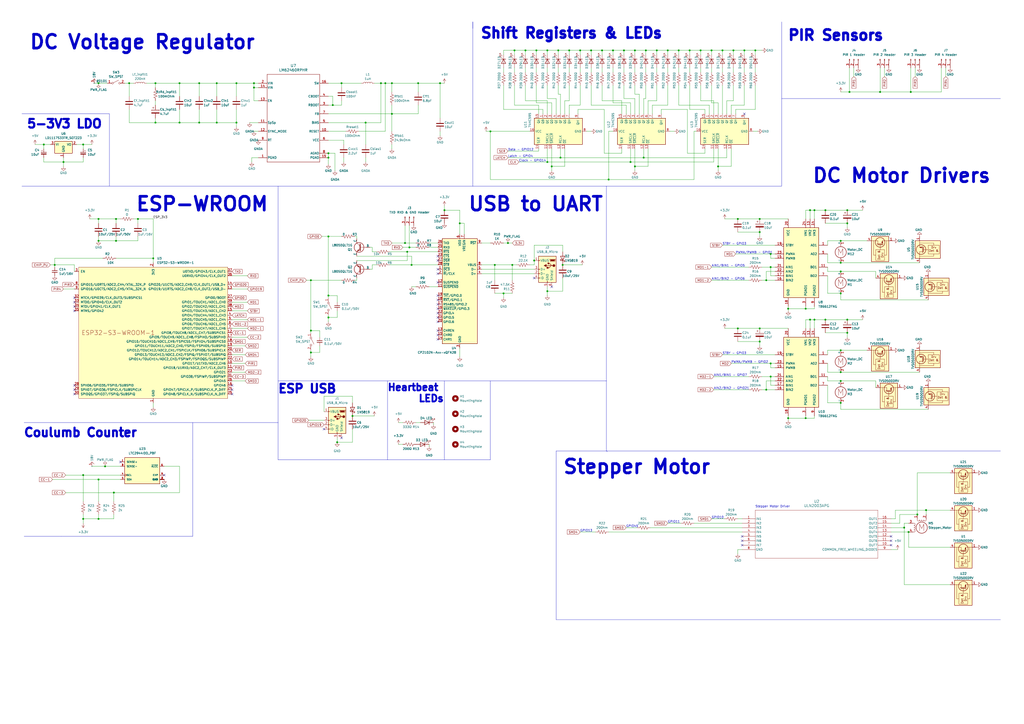
<source format=kicad_sch>
(kicad_sch (version 20230121) (generator eeschema)
  (paper "A2")
  (junction (at 115.57 48.26))
  (junction (at 487.68 157.48))
  (junction (at 537.21 295.91))
  (junction (at 104.14 71.12))
  (junction (at 284.48 76.2))
  (junction (at 198.12 48.26))
  (junction (at 180.34 204.47))
  (junction (at 317.5 168.91))
  (junction (at 491.49 193.04))
  (junction (at 487.68 203.2))
  (junction (at 204.47 241.3))
  (junction (at 266.7 129.54))
  (junction (at 193.04 60.96))
  (junction (at 90.17 48.26))
  (junction (at 80.01 127))
  (junction (at 457.2 179.07))
  (junction (at 25.4 83.82))
  (junction (at 528.32 53.34))
  (junction (at 325.12 91.44))
  (junction (at 311.15 29.21))
  (junction (at 412.75 29.21))
  (junction (at 257.81 121.92))
  (junction (at 60.96 270.51))
  (junction (at 425.45 29.21))
  (junction (at 242.57 48.26))
  (junction (at 287.02 153.67))
  (junction (at 190.5 137.16))
  (junction (at 381 29.21))
  (junction (at 440.69 127))
  (junction (at 320.04 96.52))
  (junction (at 419.1 29.21))
  (junction (at 406.4 29.21))
  (junction (at 317.5 29.21))
  (junction (at 234.95 140.97))
  (junction (at 472.44 185.42))
  (junction (at 427.99 190.5))
  (junction (at 227.33 66.04))
  (junction (at 323.85 29.21))
  (junction (at 125.73 48.26))
  (junction (at 190.5 171.45))
  (junction (at 57.15 139.7))
  (junction (at 190.5 91.44))
  (junction (at 387.35 29.21))
  (junction (at 336.55 29.21))
  (junction (at 373.38 91.44))
  (junction (at 374.65 29.21))
  (junction (at 487.68 170.18))
  (junction (at 255.27 48.26))
  (junction (at 57.15 300.99))
  (junction (at 487.68 139.7))
  (junction (at 532.13 298.45))
  (junction (at 90.17 71.12))
  (junction (at 67.31 127))
  (junction (at 74.93 48.26))
  (junction (at 195.58 256.54))
  (junction (at 67.31 139.7))
  (junction (at 491.49 121.92))
  (junction (at 416.56 96.52))
  (junction (at 487.68 220.98))
  (junction (at 438.15 29.21))
  (junction (at 57.15 127))
  (junction (at 237.49 143.51))
  (junction (at 447.04 154.94))
  (junction (at 457.2 242.57))
  (junction (at 431.8 29.21))
  (junction (at 66.04 285.75))
  (junction (at 48.26 275.59))
  (junction (at 368.3 96.52))
  (junction (at 36.83 93.98))
  (junction (at 31.75 153.67))
  (junction (at 147.32 48.26))
  (junction (at 487.68 152.4))
  (junction (at 349.25 29.21))
  (junction (at 491.49 129.54))
  (junction (at 440.69 134.62))
  (junction (at 361.95 29.21))
  (junction (at 223.52 48.26))
  (junction (at 472.44 121.92))
  (junction (at 180.34 162.56))
  (junction (at 440.69 198.12))
  (junction (at 447.04 147.32))
  (junction (at 444.5 162.56))
  (junction (at 447.04 210.82))
  (junction (at 393.7 29.21))
  (junction (at 427.99 127))
  (junction (at 115.57 71.12))
  (junction (at 467.36 242.57))
  (junction (at 440.69 190.5))
  (junction (at 524.51 306.07))
  (junction (at 236.22 146.05))
  (junction (at 212.09 71.12))
  (junction (at 487.68 233.68))
  (junction (at 355.6 29.21))
  (junction (at 487.68 215.9))
  (junction (at 491.49 185.42))
  (junction (at 180.34 191.77))
  (junction (at 326.39 153.67))
  (junction (at 297.18 153.67))
  (junction (at 353.06 104.14))
  (junction (at 48.26 300.99))
  (junction (at 104.14 48.26))
  (junction (at 137.16 48.26))
  (junction (at 220.98 48.26))
  (junction (at 48.26 83.82))
  (junction (at 447.04 218.44))
  (junction (at 309.88 151.13))
  (junction (at 467.36 179.07))
  (junction (at 125.73 71.12))
  (junction (at 298.45 29.21))
  (junction (at 510.54 53.34))
  (junction (at 137.16 71.12))
  (junction (at 294.64 140.97))
  (junction (at 57.15 278.13))
  (junction (at 190.5 184.15))
  (junction (at 400.05 29.21))
  (junction (at 365.76 93.98))
  (junction (at 238.76 153.67))
  (junction (at 444.5 226.06))
  (junction (at 147.32 50.8))
  (junction (at 469.9 121.92))
  (junction (at 190.5 88.9))
  (junction (at 57.15 48.26))
  (junction (at 292.1 170.18))
  (junction (at 330.2 29.21))
  (junction (at 469.9 185.42))
  (junction (at 317.5 93.98))
  (junction (at 368.3 29.21))
  (junction (at 88.9 149.86))
  (junction (at 478.79 121.92))
  (junction (at 227.33 48.26))
  (junction (at 478.79 185.42))
  (junction (at 304.8 29.21))
  (junction (at 342.9 29.21))
  (junction (at 492.76 53.34))
  (junction (at 527.05 308.61))
  (no_connect (at 254 171.45))
  (no_connect (at 134.62 223.52))
  (no_connect (at 95.25 275.59))
  (no_connect (at 309.88 161.29))
  (no_connect (at 430.53 311.15))
  (no_connect (at 430.53 313.69))
  (no_connect (at 134.62 228.6))
  (no_connect (at 43.18 172.72))
  (no_connect (at 43.18 175.26))
  (no_connect (at 254 179.07))
  (no_connect (at 254 158.75))
  (no_connect (at 69.85 267.97))
  (no_connect (at 516.89 311.15))
  (no_connect (at 254 196.85))
  (no_connect (at 516.89 316.23))
  (no_connect (at 254 191.77))
  (no_connect (at 254 156.21))
  (no_connect (at 320.04 166.37))
  (no_connect (at 43.18 228.6))
  (no_connect (at 254 186.69))
  (no_connect (at 430.53 316.23))
  (no_connect (at 43.18 177.8))
  (no_connect (at 254 151.13))
  (no_connect (at 43.18 226.06))
  (no_connect (at 254 173.99))
  (no_connect (at 254 194.31))
  (no_connect (at 198.12 254))
  (no_connect (at 516.89 313.69))
  (no_connect (at 43.18 223.52))
  (no_connect (at 254 181.61))
  (no_connect (at 187.96 248.92))
  (no_connect (at 254 176.53))
  (no_connect (at 431.8 66.04))
  (no_connect (at 254 163.83))
  (no_connect (at 43.18 180.34))
  (no_connect (at 134.62 226.06))
  (no_connect (at 254 148.59))
  (no_connect (at 254 184.15))
  (wire (pts (xy 227.33 48.26) (xy 227.33 53.34)))
  (wire (pts (xy 269.24 129.54) (xy 269.24 135.89)))
  (wire (pts (xy 48.26 83.82) (xy 44.45 83.82)))
  (wire (pts (xy 368.3 57.15) (xy 361.95 57.15)))
  (wire (pts (xy 375.92 86.36) (xy 375.92 96.52)))
  (wire (pts (xy 30.48 278.13) (xy 57.15 278.13)))
  (wire (pts (xy 198.12 137.16) (xy 190.5 137.16)))
  (wire (pts (xy 414.02 218.44) (xy 434.34 218.44)))
  (wire (pts (xy 406.4 41.91) (xy 406.4 39.37)))
  (wire (pts (xy 378.46 60.96) (xy 387.35 60.96)))
  (wire (pts (xy 491.49 121.92) (xy 500.38 121.92)))
  (wire (pts (xy 440.69 134.62) (xy 440.69 137.16)))
  (wire (pts (xy 419.1 205.74) (xy 449.58 205.74)))
  (wire (pts (xy 444.5 220.98) (xy 449.58 220.98)))
  (wire (pts (xy 238.76 153.67) (xy 254 153.67)))
  (wire (pts (xy 472.44 177.8) (xy 472.44 179.07)))
  (wire (pts (xy 147.32 76.2) (xy 149.86 76.2)))
  (wire (pts (xy 80.01 127) (xy 88.9 127)))
  (wire (pts (xy 457.2 177.8) (xy 457.2 179.07)))
  (wire (pts (xy 361.95 57.15) (xy 361.95 49.53)))
  (wire (pts (xy 353.06 76.2) (xy 353.06 104.14)))
  (wire (pts (xy 226.06 153.67) (xy 238.76 153.67)))
  (wire (pts (xy 317.5 31.75) (xy 317.5 29.21)))
  (wire (pts (xy 74.93 48.26) (xy 74.93 55.88)))
  (wire (pts (xy 325.12 66.04) (xy 325.12 54.61)))
  (wire (pts (xy 330.2 66.04) (xy 330.2 60.96)))
  (wire (pts (xy 400.05 41.91) (xy 400.05 39.37)))
  (wire (pts (xy 530.86 39.37) (xy 530.86 44.45)))
  (wire (pts (xy 180.34 203.2) (xy 180.34 204.47)))
  (wire (pts (xy 195.58 171.45) (xy 195.58 175.26)))
  (wire (pts (xy 146.05 91.44) (xy 146.05 93.98)))
  (wire (pts (xy 317.5 168.91) (xy 317.5 166.37)))
  (wire (pts (xy 187.96 238.76) (xy 187.96 229.87)))
  (wire (pts (xy 431.8 60.96) (xy 431.8 49.53)))
  (wire (pts (xy 472.44 121.92) (xy 478.79 121.92)))
  (wire (pts (xy 254 140.97) (xy 248.92 140.97)))
  (wire (pts (xy 190.5 71.12) (xy 212.09 71.12)))
  (wire (pts (xy 323.85 29.21) (xy 330.2 29.21)))
  (wire (pts (xy 317.5 93.98) (xy 365.76 93.98)))
  (wire (pts (xy 370.84 54.61) (xy 368.3 54.61)))
  (wire (pts (xy 368.3 29.21) (xy 374.65 29.21)))
  (wire (pts (xy 467.36 121.92) (xy 469.9 121.92)))
  (wire (pts (xy 74.93 71.12) (xy 90.17 71.12)))
  (wire (pts (xy 193.04 55.88) (xy 193.04 60.96)))
  (wire (pts (xy 57.15 127) (xy 67.31 127)))
  (wire (pts (xy 416.56 96.52) (xy 416.56 99.06)))
  (wire (pts (xy 447.04 218.44) (xy 447.04 223.52)))
  (wire (pts (xy 440.69 190.5) (xy 457.2 190.5)))
  (wire (pts (xy 472.44 185.42) (xy 478.79 185.42)))
  (polyline (pts (xy 453.39 12.7) (xy 453.39 107.95)))
  (polyline (pts (xy 322.58 261.62) (xy 351.9452 261.62)))
  (wire (pts (xy 447.04 213.36) (xy 449.58 213.36)))
  (wire (pts (xy 412.75 154.94) (xy 434.34 154.94)))
  (wire (pts (xy 426.72 63.5) (xy 438.15 63.5)))
  (wire (pts (xy 492.76 53.34) (xy 510.54 53.34)))
  (wire (pts (xy 198.12 60.96) (xy 198.12 58.42)))
  (wire (pts (xy 190.5 171.45) (xy 195.58 171.45)))
  (wire (pts (xy 480.06 215.9) (xy 487.68 215.9)))
  (wire (pts (xy 438.15 63.5) (xy 438.15 49.53)))
  (wire (pts (xy 537.21 295.91) (xy 551.18 295.91)))
  (polyline (pts (xy 257.81 266.7) (xy 284.48 266.7)))
  (wire (pts (xy 223.52 48.26) (xy 220.98 48.26)))
  (wire (pts (xy 304.8 58.42) (xy 304.8 49.53)))
  (wire (pts (xy 134.62 167.64) (xy 143.51 167.64)))
  (wire (pts (xy 215.9 153.67) (xy 218.44 153.67)))
  (wire (pts (xy 212.09 71.12) (xy 220.98 71.12)))
  (wire (pts (xy 416.56 59.69) (xy 412.75 59.69)))
  (wire (pts (xy 387.35 303.53) (xy 394.97 303.53)))
  (polyline (pts (xy 274.32 12.7) (xy 274.32 16.51)))
  (wire (pts (xy 320.04 59.69) (xy 311.15 59.69)))
  (polyline (pts (xy 274.32 12.7) (xy 274.32 107.95)))
  (wire (pts (xy 381 29.21) (xy 387.35 29.21)))
  (wire (pts (xy 279.4 153.67) (xy 287.02 153.67)))
  (wire (pts (xy 416.56 96.52) (xy 424.18 96.52)))
  (wire (pts (xy 480.06 160.02) (xy 480.06 170.18)))
  (polyline (pts (xy 161.29 245.11) (xy 161.29 266.7)))
  (polyline (pts (xy 351.79 261.62) (xy 580.39 261.62)))
  (wire (pts (xy 234.95 140.97) (xy 227.33 140.97)))
  (wire (pts (xy 104.14 270.51) (xy 104.14 285.75)))
  (wire (pts (xy 38.1 285.75) (xy 66.04 285.75)))
  (polyline (pts (xy 111.76 266.7) (xy 111.76 311.15)))
  (wire (pts (xy 237.49 143.51) (xy 241.3 143.51)))
  (wire (pts (xy 467.36 185.42) (xy 469.9 185.42)))
  (wire (pts (xy 414.02 226.06) (xy 434.34 226.06)))
  (wire (pts (xy 309.88 153.67) (xy 309.88 151.13)))
  (wire (pts (xy 134.62 215.9) (xy 142.24 215.9)))
  (wire (pts (xy 74.93 48.26) (xy 77.47 48.26)))
  (wire (pts (xy 74.93 63.5) (xy 74.93 71.12)))
  (wire (pts (xy 134.62 200.66) (xy 142.24 200.66)))
  (wire (pts (xy 179.07 243.84) (xy 187.96 243.84)))
  (wire (pts (xy 524.51 306.07) (xy 524.51 303.53)))
  (wire (pts (xy 353.06 76.2) (xy 355.6 76.2)))
  (wire (pts (xy 48.26 83.82) (xy 53.34 83.82)))
  (wire (pts (xy 393.7 60.96) (xy 411.48 60.96)))
  (wire (pts (xy 309.88 142.24) (xy 326.39 142.24)))
  (wire (pts (xy 414.02 66.04) (xy 414.02 58.42)))
  (wire (pts (xy 349.25 31.75) (xy 349.25 29.21)))
  (wire (pts (xy 284.48 76.2) (xy 307.34 76.2)))
  (wire (pts (xy 467.36 179.07) (xy 457.2 179.07)))
  (wire (pts (xy 478.79 185.42) (xy 491.49 185.42)))
  (wire (pts (xy 48.26 300.99) (xy 48.26 303.53)))
  (wire (pts (xy 80.01 137.16) (xy 80.01 139.7)))
  (wire (pts (xy 457.2 241.3) (xy 457.2 242.57)))
  (wire (pts (xy 77.47 127) (xy 80.01 127)))
  (wire (pts (xy 60.96 270.51) (xy 69.85 270.51)))
  (wire (pts (xy 185.42 204.47) (xy 180.34 204.47)))
  (wire (pts (xy 279.4 158.75) (xy 309.88 158.75)))
  (wire (pts (xy 480.06 218.44) (xy 480.06 220.98)))
  (wire (pts (xy 355.6 59.69) (xy 365.76 59.69)))
  (wire (pts (xy 349.25 29.21) (xy 355.6 29.21)))
  (wire (pts (xy 125.73 48.26) (xy 137.16 48.26)))
  (wire (pts (xy 266.7 121.92) (xy 257.81 121.92)))
  (wire (pts (xy 516.89 306.07) (xy 524.51 306.07)))
  (wire (pts (xy 134.62 180.34) (xy 143.51 180.34)))
  (wire (pts (xy 207.01 138.43) (xy 207.01 137.16)))
  (wire (pts (xy 388.62 76.2) (xy 391.16 76.2)))
  (wire (pts (xy 80.01 129.54) (xy 80.01 127)))
  (wire (pts (xy 353.06 104.14) (xy 402.59 104.14)))
  (wire (pts (xy 438.15 41.91) (xy 438.15 39.37)))
  (wire (pts (xy 469.9 185.42) (xy 472.44 185.42)))
  (wire (pts (xy 412.75 300.99) (xy 420.37 300.99)))
  (polyline (pts (xy 161.29 107.95) (xy 161.29 245.11)))
  (wire (pts (xy 187.96 229.87) (xy 204.47 229.87)))
  (wire (pts (xy 374.65 29.21) (xy 381 29.21)))
  (wire (pts (xy 412.75 29.21) (xy 419.1 29.21)))
  (wire (pts (xy 234.95 140.97) (xy 241.3 140.97)))
  (wire (pts (xy 104.14 48.26) (xy 115.57 48.26)))
  (polyline (pts (xy 580.39 359.41) (xy 322.58 359.41)))
  (wire (pts (xy 204.47 248.92) (xy 204.47 256.54)))
  (wire (pts (xy 383.54 66.04) (xy 383.54 63.5)))
  (wire (pts (xy 335.28 63.5) (xy 335.28 66.04)))
  (wire (pts (xy 134.62 220.98) (xy 142.24 220.98)))
  (wire (pts (xy 294.64 87.63) (xy 312.42 87.63)))
  (wire (pts (xy 387.35 60.96) (xy 387.35 49.53)))
  (wire (pts (xy 304.8 29.21) (xy 311.15 29.21)))
  (wire (pts (xy 266.7 129.54) (xy 269.24 129.54)))
  (wire (pts (xy 427.99 300.99) (xy 430.53 300.99)))
  (wire (pts (xy 266.7 129.54) (xy 266.7 121.92)))
  (wire (pts (xy 467.36 241.3) (xy 467.36 242.57)))
  (wire (pts (xy 287.02 170.18) (xy 292.1 170.18)))
  (wire (pts (xy 373.38 91.44) (xy 373.38 86.36)))
  (wire (pts (xy 528.32 53.34) (xy 546.1 53.34)))
  (wire (pts (xy 323.85 54.61) (xy 323.85 49.53)))
  (wire (pts (xy 227.33 66.04) (xy 242.57 66.04)))
  (wire (pts (xy 205.74 162.56) (xy 207.01 162.56)))
  (wire (pts (xy 363.22 306.07) (xy 369.57 306.07)))
  (wire (pts (xy 54.61 48.26) (xy 57.15 48.26)))
  (wire (pts (xy 297.18 153.67) (xy 299.72 153.67)))
  (polyline (pts (xy 63.5 66.04) (xy 63.5 107.95)))
  (wire (pts (xy 48.26 300.99) (xy 57.15 300.99)))
  (wire (pts (xy 137.16 71.12) (xy 137.16 73.66)))
  (wire (pts (xy 412.75 41.91) (xy 412.75 39.37)))
  (wire (pts (xy 204.47 241.3) (xy 217.17 241.3)))
  (wire (pts (xy 227.33 83.82) (xy 227.33 86.36)))
  (wire (pts (xy 322.58 57.15) (xy 317.5 57.15)))
  (wire (pts (xy 147.32 48.26) (xy 147.32 50.8)))
  (wire (pts (xy 325.12 86.36) (xy 325.12 91.44)))
  (wire (pts (xy 323.85 31.75) (xy 323.85 29.21)))
  (wire (pts (xy 255.27 76.2) (xy 255.27 78.74)))
  (wire (pts (xy 241.3 166.37) (xy 238.76 166.37)))
  (wire (pts (xy 57.15 139.7) (xy 57.15 137.16)))
  (wire (pts (xy 491.49 129.54) (xy 491.49 132.08)))
  (wire (pts (xy 190.5 88.9) (xy 194.31 88.9)))
  (wire (pts (xy 314.96 63.5) (xy 292.1 63.5)))
  (wire (pts (xy 294.64 140.97) (xy 292.1 140.97)))
  (wire (pts (xy 195.58 180.34) (xy 195.58 184.15)))
  (wire (pts (xy 427.99 134.62) (xy 440.69 134.62)))
  (wire (pts (xy 57.15 127) (xy 52.07 127)))
  (wire (pts (xy 370.84 66.04) (xy 370.84 54.61)))
  (wire (pts (xy 519.43 300.99) (xy 519.43 295.91)))
  (wire (pts (xy 374.65 41.91) (xy 374.65 39.37)))
  (wire (pts (xy 185.42 200.66) (xy 185.42 204.47)))
  (wire (pts (xy 375.92 66.04) (xy 375.92 58.42)))
  (wire (pts (xy 487.68 139.7) (xy 502.92 139.7)))
  (wire (pts (xy 360.68 86.36) (xy 360.68 88.9)))
  (wire (pts (xy 88.9 127) (xy 88.9 149.86)))
  (wire (pts (xy 480.06 220.98) (xy 487.68 220.98)))
  (wire (pts (xy 115.57 63.5) (xy 115.57 71.12)))
  (wire (pts (xy 137.16 48.26) (xy 137.16 55.88)))
  (wire (pts (xy 66.04 285.75) (xy 66.04 290.83)))
  (wire (pts (xy 336.55 41.91) (xy 336.55 39.37)))
  (wire (pts (xy 242.57 60.96) (xy 242.57 66.04)))
  (wire (pts (xy 311.15 41.91) (xy 311.15 39.37)))
  (wire (pts (xy 480.06 170.18) (xy 487.68 170.18)))
  (polyline (pts (xy 161.29 266.7) (xy 224.79 266.7)))
  (wire (pts (xy 320.04 96.52) (xy 327.66 96.52)))
  (wire (pts (xy 472.44 242.57) (xy 467.36 242.57)))
  (wire (pts (xy 419.1 41.91) (xy 419.1 39.37)))
  (wire (pts (xy 193.04 60.96) (xy 198.12 60.96)))
  (wire (pts (xy 25.4 91.44) (xy 25.4 93.98)))
  (wire (pts (xy 298.45 29.21) (xy 304.8 29.21)))
  (wire (pts (xy 546.1 39.37) (xy 546.1 53.34)))
  (wire (pts (xy 387.35 31.75) (xy 387.35 29.21)))
  (wire (pts (xy 147.32 50.8) (xy 147.32 58.42)))
  (wire (pts (xy 327.66 66.04) (xy 327.66 58.42)))
  (wire (pts (xy 393.7 31.75) (xy 393.7 29.21)))
  (wire (pts (xy 326.39 168.91) (xy 317.5 168.91)))
  (wire (pts (xy 355.6 31.75) (xy 355.6 29.21)))
  (wire (pts (xy 312.42 66.04) (xy 312.42 60.96)))
  (wire (pts (xy 487.68 152.4) (xy 533.4 152.4)))
  (polyline (pts (xy 224.79 220.98) (xy 224.79 266.7)))
  (wire (pts (xy 492.76 39.37) (xy 492.76 53.34)))
  (wire (pts (xy 330.2 41.91) (xy 330.2 39.37)))
  (wire (pts (xy 425.45 41.91) (xy 425.45 39.37)))
  (wire (pts (xy 524.51 306.07) (xy 524.51 339.09)))
  (wire (pts (xy 48.26 275.59) (xy 69.85 275.59)))
  (wire (pts (xy 516.89 308.61) (xy 527.05 308.61)))
  (wire (pts (xy 207.01 161.29) (xy 207.01 162.56)))
  (wire (pts (xy 425.45 58.42) (xy 425.45 49.53)))
  (wire (pts (xy 336.55 29.21) (xy 342.9 29.21)))
  (wire (pts (xy 314.96 66.04) (xy 314.96 63.5)))
  (wire (pts (xy 532.13 274.32) (xy 551.18 274.32)))
  (wire (pts (xy 441.96 162.56) (xy 444.5 162.56)))
  (wire (pts (xy 254 143.51) (xy 248.92 143.51)))
  (wire (pts (xy 402.59 303.53) (xy 430.53 303.53)))
  (wire (pts (xy 185.42 191.77) (xy 185.42 195.58)))
  (wire (pts (xy 521.97 303.53) (xy 521.97 298.45)))
  (wire (pts (xy 325.12 54.61) (xy 323.85 54.61)))
  (wire (pts (xy 440.69 198.12) (xy 440.69 200.66)))
  (polyline (pts (xy 12.7 66.04) (xy 63.5 66.04)))
  (wire (pts (xy 266.7 201.93) (xy 266.7 207.01)))
  (wire (pts (xy 398.78 88.9) (xy 408.94 88.9)))
  (wire (pts (xy 487.68 233.68) (xy 487.68 237.49)))
  (wire (pts (xy 408.94 88.9) (xy 408.94 86.36)))
  (wire (pts (xy 444.5 162.56) (xy 444.5 157.48)))
  (wire (pts (xy 447.04 154.94) (xy 447.04 160.02)))
  (wire (pts (xy 180.34 191.77) (xy 180.34 193.04)))
  (wire (pts (xy 368.3 31.75) (xy 368.3 29.21)))
  (wire (pts (xy 363.22 66.04) (xy 363.22 60.96)))
  (wire (pts (xy 373.38 57.15) (xy 374.65 57.15)))
  (polyline (pts (xy 284.48 220.98) (xy 284.48 266.7)))
  (wire (pts (xy 72.39 48.26) (xy 74.93 48.26)))
  (wire (pts (xy 361.95 31.75) (xy 361.95 29.21)))
  (wire (pts (xy 416.56 66.04) (xy 416.56 59.69)))
  (wire (pts (xy 400.05 31.75) (xy 400.05 29.21)))
  (wire (pts (xy 257.81 119.38) (xy 257.81 121.92)))
  (wire (pts (xy 36.83 93.98) (xy 48.26 93.98)))
  (wire (pts (xy 88.9 149.86) (xy 88.9 152.4)))
  (wire (pts (xy 411.48 66.04) (xy 411.48 60.96)))
  (wire (pts (xy 242.57 48.26) (xy 242.57 53.34)))
  (wire (pts (xy 478.79 121.92) (xy 491.49 121.92)))
  (wire (pts (xy 327.66 58.42) (xy 330.2 58.42)))
  (wire (pts (xy 467.36 185.42) (xy 467.36 190.5)))
  (wire (pts (xy 284.48 104.14) (xy 353.06 104.14)))
  (wire (pts (xy 266.7 129.54) (xy 266.7 135.89)))
  (wire (pts (xy 90.17 48.26) (xy 90.17 50.8)))
  (wire (pts (xy 412.75 162.56) (xy 434.34 162.56)))
  (polyline (pts (xy 322.58 359.41) (xy 322.58 261.62)))
  (wire (pts (xy 469.9 121.92) (xy 472.44 121.92)))
  (wire (pts (xy 67.31 139.7) (xy 57.15 139.7)))
  (wire (pts (xy 449.58 162.56) (xy 444.5 162.56)))
  (wire (pts (xy 449.58 226.06) (xy 444.5 226.06)))
  (wire (pts (xy 480.06 210.82) (xy 480.06 215.9)))
  (wire (pts (xy 57.15 48.26) (xy 62.23 48.26)))
  (wire (pts (xy 134.62 160.02) (xy 143.51 160.02)))
  (polyline (pts (xy 351.9452 261.62) (xy 352.3023 261.9771)))
  (wire (pts (xy 524.51 339.09) (xy 551.18 339.09)))
  (wire (pts (xy 317.5 168.91) (xy 317.5 171.45)))
  (wire (pts (xy 427.99 318.77) (xy 427.99 321.31)))
  (wire (pts (xy 304.8 31.75) (xy 304.8 29.21)))
  (wire (pts (xy 137.16 63.5) (xy 137.16 71.12)))
  (wire (pts (xy 480.06 154.94) (xy 480.06 157.48)))
  (wire (pts (xy 36.83 91.44) (xy 36.83 93.98)))
  (wire (pts (xy 312.42 60.96) (xy 298.45 60.96)))
  (wire (pts (xy 29.21 153.67) (xy 31.75 153.67)))
  (wire (pts (xy 438.15 31.75) (xy 438.15 29.21)))
  (wire (pts (xy 491.49 193.04) (xy 491.49 195.58)))
  (wire (pts (xy 95.25 270.51) (xy 104.14 270.51)))
  (wire (pts (xy 457.2 242.57) (xy 457.2 243.84)))
  (wire (pts (xy 398.78 63.5) (xy 398.78 88.9)))
  (wire (pts (xy 436.88 76.2) (xy 439.42 76.2)))
  (wire (pts (xy 414.02 58.42) (xy 406.4 58.42)))
  (wire (pts (xy 236.22 146.05) (xy 254 146.05)))
  (wire (pts (xy 447.04 213.36) (xy 447.04 210.82)))
  (wire (pts (xy 238.76 148.59) (xy 238.76 153.67)))
  (wire (pts (xy 447.04 160.02) (xy 449.58 160.02)))
  (wire (pts (xy 292.1 170.18) (xy 292.1 172.72)))
  (wire (pts (xy 427.99 198.12) (xy 440.69 198.12)))
  (wire (pts (xy 317.5 58.42) (xy 304.8 58.42)))
  (wire (pts (xy 304.8 41.91) (xy 304.8 39.37)))
  (wire (pts (xy 373.38 66.04) (xy 373.38 57.15)))
  (wire (pts (xy 227.33 66.04) (xy 227.33 76.2)))
  (polyline (pts (xy 161.29 220.98) (xy 351.79 220.98)))
  (wire (pts (xy 421.64 66.04) (xy 421.64 58.42)))
  (wire (pts (xy 212.09 71.12) (xy 212.09 83.82)))
  (wire (pts (xy 31.75 153.67) (xy 43.18 153.67)))
  (wire (pts (xy 298.45 60.96) (xy 298.45 49.53)))
  (wire (pts (xy 57.15 298.45) (xy 57.15 300.99)))
  (wire (pts (xy 467.36 177.8) (xy 467.36 179.07)))
  (polyline (pts (xy 274.32 107.95) (xy 351.79 107.95)))
  (wire (pts (xy 487.68 220.98) (xy 508 220.98)))
  (wire (pts (xy 67.31 127) (xy 67.31 129.54)))
  (wire (pts (xy 419.1 29.21) (xy 425.45 29.21)))
  (wire (pts (xy 180.34 191.77) (xy 185.42 191.77)))
  (wire (pts (xy 368.3 86.36) (xy 368.3 96.52)))
  (wire (pts (xy 320.04 96.52) (xy 320.04 99.06)))
  (wire (pts (xy 424.18 66.04) (xy 424.18 60.96)))
  (wire (pts (xy 548.64 39.37) (xy 548.64 44.45)))
  (wire (pts (xy 31.75 154.94) (xy 31.75 153.67)))
  (wire (pts (xy 43.18 153.67) (xy 43.18 157.48)))
  (wire (pts (xy 406.4 58.42) (xy 406.4 49.53)))
  (wire (pts (xy 360.68 66.04) (xy 360.68 58.42)))
  (wire (pts (xy 527.05 308.61) (xy 527.05 317.5)))
  (wire (pts (xy 381 41.91) (xy 381 39.37)))
  (wire (pts (xy 402.59 76.2) (xy 403.86 76.2)))
  (wire (pts (xy 254 166.37) (xy 248.92 166.37)))
  (wire (pts (xy 537.21 295.91) (xy 537.21 298.45)))
  (wire (pts (xy 420.37 190.5) (xy 427.99 190.5)))
  (polyline (pts (xy 12.7 107.95) (xy 274.32 107.95)))
  (wire (pts (xy 478.79 129.54) (xy 491.49 129.54)))
  (wire (pts (xy 355.6 29.21) (xy 361.95 29.21)))
  (wire (pts (xy 36.83 167.64) (xy 43.18 167.64)))
  (wire (pts (xy 90.17 71.12) (xy 90.17 68.58)))
  (wire (pts (xy 134.62 205.74) (xy 142.24 205.74)))
  (wire (pts (xy 125.73 55.88) (xy 125.73 48.26)))
  (wire (pts (xy 199.39 81.28) (xy 199.39 83.82)))
  (wire (pts (xy 31.75 149.86) (xy 31.75 153.67)))
  (wire (pts (xy 90.17 58.42) (xy 90.17 60.96)))
  (wire (pts (xy 377.19 306.07) (xy 430.53 306.07)))
  (wire (pts (xy 419.1 66.04) (xy 419.1 49.53)))
  (wire (pts (xy 57.15 278.13) (xy 57.15 290.83)))
  (wire (pts (xy 425.45 31.75) (xy 425.45 29.21)))
  (wire (pts (xy 368.3 96.52) (xy 368.3 99.06)))
  (wire (pts (xy 53.34 270.51) (xy 60.96 270.51)))
  (wire (pts (xy 317.5 41.91) (xy 317.5 39.37)))
  (wire (pts (xy 255.27 48.26) (xy 255.27 68.58)))
  (wire (pts (xy 326.39 142.24) (xy 326.39 146.05)))
  (wire (pts (xy 381 31.75) (xy 381 29.21)))
  (wire (pts (xy 393.7 29.21) (xy 400.05 29.21)))
  (wire (pts (xy 190.5 171.45) (xy 190.5 172.72)))
  (wire (pts (xy 325.12 91.44) (xy 373.38 91.44)))
  (wire (pts (xy 281.94 76.2) (xy 284.48 76.2)))
  (wire (pts (xy 441.96 29.21) (xy 438.15 29.21)))
  (wire (pts (xy 532.13 298.45) (xy 532.13 274.32)))
  (wire (pts (xy 300.99 93.98) (xy 317.5 93.98)))
  (wire (pts (xy 427.99 127) (xy 440.69 127)))
  (wire (pts (xy 360.68 88.9) (xy 350.52 88.9)))
  (wire (pts (xy 491.49 185.42) (xy 500.38 185.42)))
  (wire (pts (xy 361.95 29.21) (xy 368.3 29.21)))
  (wire (pts (xy 412.75 31.75) (xy 412.75 29.21)))
  (wire (pts (xy 317.5 66.04) (xy 317.5 58.42)))
  (wire (pts (xy 447.04 147.32) (xy 449.58 147.32)))
  (wire (pts (xy 447.04 147.32) (xy 447.04 149.86)))
  (wire (pts (xy 198.12 48.26) (xy 198.12 50.8)))
  (wire (pts (xy 350.52 88.9) (xy 350.52 63.5)))
  (wire (pts (xy 190.5 137.16) (xy 190.5 171.45)))
  (wire (pts (xy 457.2 179.07) (xy 457.2 180.34)))
  (wire (pts (xy 25.4 83.82) (xy 25.4 86.36)))
  (wire (pts (xy 80.01 139.7) (xy 67.31 139.7)))
  (wire (pts (xy 298.45 41.91) (xy 298.45 39.37)))
  (wire (pts (xy 355.6 41.91) (xy 355.6 39.37)))
  (wire (pts (xy 67.31 127) (xy 69.85 127)))
  (wire (pts (xy 190.5 76.2) (xy 200.66 76.2)))
  (wire (pts (xy 57.15 129.54) (xy 57.15 127)))
  (wire (pts (xy 294.64 91.44) (xy 325.12 91.44)))
  (wire (pts (xy 279.4 156.21) (xy 309.88 156.21)))
  (wire (pts (xy 104.14 71.12) (xy 115.57 71.12)))
  (wire (pts (xy 144.78 71.12) (xy 149.86 71.12)))
  (wire (pts (xy 48.26 275.59) (xy 48.26 290.83)))
  (wire (pts (xy 469.9 185.42) (xy 469.9 190.5)))
  (wire (pts (xy 207.01 151.13) (xy 236.22 151.13)))
  (wire (pts (xy 104.14 48.26) (xy 104.14 55.88)))
  (wire (pts (xy 480.06 157.48) (xy 487.68 157.48)))
  (wire (pts (xy 365.76 93.98) (xy 414.02 93.98)))
  (wire (pts (xy 292.1 31.75) (xy 292.1 29.21)))
  (wire (pts (xy 363.22 60.96) (xy 342.9 60.96)))
  (wire (pts (xy 487.68 173.99) (xy 538.48 173.99)))
  (wire (pts (xy 85.09 48.26) (xy 90.17 48.26)))
  (wire (pts (xy 199.39 91.44) (xy 199.39 93.98)))
  (wire (pts (xy 508 157.48) (xy 508 161.29)))
  (wire (pts (xy 231.14 245.11) (xy 233.68 245.11)))
  (wire (pts (xy 374.65 31.75) (xy 374.65 29.21)))
  (wire (pts (xy 297.18 153.67) (xy 297.18 162.56)))
  (wire (pts (xy 421.64 58.42) (xy 425.45 58.42)))
  (wire (pts (xy 147.32 50.8) (xy 149.86 50.8)))
  (wire (pts (xy 342.9 29.21) (xy 349.25 29.21)))
  (wire (pts (xy 349.25 41.91) (xy 349.25 39.37)))
  (wire (pts (xy 330.2 31.75) (xy 330.2 29.21)))
  (wire (pts (xy 426.72 147.32) (xy 447.04 147.32)))
  (wire (pts (xy 373.38 91.44) (xy 421.64 91.44)))
  (wire (pts (xy 223.52 48.26) (xy 227.33 48.26)))
  (wire (pts (xy 57.15 300.99) (xy 66.04 300.99)))
  (polyline (pts (xy 351.79 220.98) (xy 351.79 261.62)))
  (wire (pts (xy 234.95 130.81) (xy 234.95 140.97)))
  (wire (pts (xy 449.58 223.52) (xy 447.04 223.52)))
  (wire (pts (xy 361.95 41.91) (xy 361.95 39.37)))
  (wire (pts (xy 378.46 66.04) (xy 378.46 60.96)))
  (wire (pts (xy 414.02 93.98) (xy 414.02 86.36)))
  (wire (pts (xy 365.76 66.04) (xy 365.76 59.69)))
  (wire (pts (xy 134.62 175.26) (xy 143.51 175.26)))
  (wire (pts (xy 287.02 153.67) (xy 297.18 153.67)))
  (wire (pts (xy 480.06 142.24) (xy 480.06 139.7)))
  (wire (pts (xy 186.69 137.16) (xy 190.5 137.16)))
  (wire (pts (xy 190.5 48.26) (xy 198.12 48.26)))
  (wire (pts (xy 425.45 29.21) (xy 431.8 29.21)))
  (wire (pts (xy 284.48 76.2) (xy 284.48 104.14)))
  (polyline (pts (xy 111.76 245.11) (xy 111.76 266.7)))
  (wire (pts (xy 48.26 298.45) (xy 48.26 300.99)))
  (wire (pts (xy 521.97 298.45) (xy 532.13 298.45)))
  (wire (pts (xy 472.44 121.92) (xy 472.44 127)))
  (wire (pts (xy 115.57 48.26) (xy 115.57 55.88)))
  (wire (pts (xy 368.3 41.91) (xy 368.3 39.37)))
  (wire (pts (xy 350.52 63.5) (xy 335.28 63.5)))
  (wire (pts (xy 215.9 153.67) (xy 215.9 156.21)))
  (wire (pts (xy 420.37 127) (xy 427.99 127)))
  (wire (pts (xy 190.5 66.04) (xy 227.33 66.04)))
  (wire (pts (xy 320.04 86.36) (xy 320.04 96.52)))
  (wire (pts (xy 90.17 48.26) (xy 104.14 48.26)))
  (wire (pts (xy 208.28 76.2) (xy 223.52 76.2)))
  (wire (pts (xy 59.69 149.86) (xy 31.75 149.86)))
  (wire (pts (xy 355.6 59.69) (xy 355.6 49.53)))
  (wire (pts (xy 387.35 41.91) (xy 387.35 39.37)))
  (wire (pts (xy 137.16 48.26) (xy 147.32 48.26)))
  (wire (pts (xy 323.85 41.91) (xy 323.85 39.37)))
  (wire (pts (xy 48.26 83.82) (xy 48.26 86.36)))
  (wire (pts (xy 480.06 205.74) (xy 480.06 203.2)))
  (wire (pts (xy 231.14 257.81) (xy 233.68 257.81)))
  (wire (pts (xy 292.1 41.91) (xy 292.1 39.37)))
  (wire (pts (xy 149.86 48.26) (xy 147.32 48.26)))
  (wire (pts (xy 307.34 153.67) (xy 309.88 153.67)))
  (wire (pts (xy 125.73 71.12) (xy 125.73 63.5)))
  (wire (pts (xy 424.18 86.36) (xy 424.18 96.52)))
  (wire (pts (xy 292.1 29.21) (xy 298.45 29.21)))
  (wire (pts (xy 104.14 63.5) (xy 104.14 71.12)))
  (wire (pts (xy 374.65 57.15) (xy 374.65 49.53)))
  (wire (pts (xy 516.89 300.99) (xy 519.43 300.99)))
  (wire (pts (xy 383.54 63.5) (xy 398.78 63.5)))
  (wire (pts (xy 212.09 91.44) (xy 212.09 93.98)))
  (wire (pts (xy 368.3 96.52) (xy 375.92 96.52)))
  (wire (pts (xy 242.57 48.26) (xy 255.27 48.26)))
  (wire (pts (xy 241.3 245.11) (xy 243.84 245.11)))
  (wire (pts (xy 336.55 31.75) (xy 336.55 29.21)))
  (wire (pts (xy 510.54 39.37) (xy 510.54 53.34)))
  (wire (pts (xy 237.49 130.81) (xy 237.49 143.51)))
  (wire (pts (xy 257.81 48.26) (xy 255.27 48.26)))
  (wire (pts (xy 311.15 31.75) (xy 311.15 29.21)))
  (wire (pts (xy 467.36 121.92) (xy 467.36 127)))
  (wire (pts (xy 440.69 127) (xy 457.2 127)))
  (wire (pts (xy 134.62 210.82) (xy 142.24 210.82)))
  (wire (pts (xy 441.96 218.44) (xy 447.04 218.44)))
  (wire (pts (xy 227.33 60.96) (xy 227.33 66.04)))
  (wire (pts (xy 146.05 91.44) (xy 149.86 91.44)))
  (wire (pts (xy 205.74 137.16) (xy 207.01 137.16)))
  (wire (pts (xy 495.3 39.37) (xy 495.3 44.45)))
  (wire (pts (xy 431.8 41.91) (xy 431.8 39.37)))
  (wire (pts (xy 528.32 39.37) (xy 528.32 53.34)))
  (wire (pts (xy 190.5 88.9) (xy 190.5 91.44)))
  (wire (pts (xy 469.9 121.92) (xy 469.9 127)))
  (wire (pts (xy 441.96 226.06) (xy 444.5 226.06)))
  (wire (pts (xy 508 220.98) (xy 508 224.79)))
  (wire (pts (xy 447.04 210.82) (xy 449.58 210.82)))
  (wire (pts (xy 326.39 153.67) (xy 337.82 153.67)))
  (wire (pts (xy 480.06 139.7) (xy 487.68 139.7)))
  (wire (pts (xy 387.35 29.21) (xy 393.7 29.21)))
  (wire (pts (xy 336.55 308.61) (xy 345.44 308.61)))
  (wire (pts (xy 424.18 60.96) (xy 431.8 60.96)))
  (wire (pts (xy 287.02 153.67) (xy 287.02 162.56)))
  (wire (pts (xy 134.62 190.5) (xy 143.51 190.5)))
  (wire (pts (xy 444.5 157.48) (xy 449.58 157.48)))
  (wire (pts (xy 412.75 59.69) (xy 412.75 49.53)))
  (polyline (pts (xy 13.97 311.15) (xy 35.56 311.15)))
  (wire (pts (xy 297.18 140.97) (xy 294.64 140.97)))
  (polyline (pts (xy 13.97 245.11) (xy 161.29 245.11)))
  (wire (pts (xy 204.47 256.54) (xy 195.58 256.54)))
  (wire (pts (xy 317.5 29.21) (xy 323.85 29.21)))
  (wire (pts (xy 400.05 63.5) (xy 400.05 49.53)))
  (wire (pts (xy 311.15 59.69) (xy 311.15 49.53)))
  (polyline (pts (xy 351.79 107.95) (xy 351.79 220.98)))
  (wire (pts (xy 195.58 184.15) (xy 190.5 184.15)))
  (wire (pts (xy 336.55 60.96) (xy 336.55 49.53)))
  (wire (pts (xy 472.44 241.3) (xy 472.44 242.57)))
  (wire (pts (xy 368.3 66.04) (xy 368.3 57.15)))
  (wire (pts (xy 424.18 210.82) (xy 447.04 210.82)))
  (wire (pts (xy 38.1 275.59) (xy 48.26 275.59)))
  (wire (pts (xy 57.15 278.13) (xy 69.85 278.13)))
  (wire (pts (xy 519.43 295.91) (xy 537.21 295.91)))
  (wire (pts (xy 524.51 303.53) (xy 527.05 303.53)))
  (wire (pts (xy 441.96 154.94) (xy 447.04 154.94)))
  (wire (pts (xy 487.68 203.2) (xy 502.92 203.2)))
  (wire (pts (xy 190.5 55.88) (xy 193.04 55.88)))
  (wire (pts (xy 353.06 308.61) (xy 430.53 308.61)))
  (polyline (pts (xy 111.76 311.15) (xy 35.56 311.15)))
  (wire (pts (xy 284.48 140.97) (xy 279.4 140.97)))
  (wire (pts (xy 251.46 245.11) (xy 251.46 246.38)))
  (wire (pts (xy 447.04 218.44) (xy 449.58 218.44)))
  (wire (pts (xy 322.58 66.04) (xy 322.58 57.15)))
  (wire (pts (xy 236.22 151.13) (xy 236.22 146.05)))
  (wire (pts (xy 408.94 66.04) (xy 408.94 63.5)))
  (wire (pts (xy 408.94 63.5) (xy 400.05 63.5)))
  (polyline (pts (xy 351.79 107.95) (xy 453.39 107.95)))
  (wire (pts (xy 215.9 143.51) (xy 215.9 146.05)))
  (wire (pts (xy 467.36 242.57) (xy 457.2 242.57)))
  (wire (pts (xy 342.9 60.96) (xy 342.9 49.53)))
  (wire (pts (xy 342.9 31.75) (xy 342.9 29.21)))
  (wire (pts (xy 25.4 83.82) (xy 20.32 83.82)))
  (wire (pts (xy 340.36 76.2) (xy 342.9 76.2)))
  (wire (pts (xy 487.68 157.48) (xy 508 157.48)))
  (wire (pts (xy 317.5 57.15) (xy 317.5 49.53)))
  (wire (pts (xy 520.7 318.77) (xy 516.89 318.77)))
  (wire (pts (xy 190.5 81.28) (xy 199.39 81.28)))
  (wire (pts (xy 478.79 193.04) (xy 491.49 193.04)))
  (wire (pts (xy 406.4 29.21) (xy 412.75 29.21)))
  (wire (pts (xy 67.31 137.16) (xy 67.31 139.7)))
  (polyline (pts (xy 453.39 57.15) (xy 580.39 57.15)))
  (wire (pts (xy 349.25 58.42) (xy 349.25 49.53)))
  (wire (pts (xy 487.68 237.49) (xy 538.48 237.49)))
  (wire (pts (xy 444.5 226.06) (xy 444.5 220.98)))
  (wire (pts (xy 360.68 58.42) (xy 349.25 58.42)))
  (wire (pts (xy 419.1 142.24) (xy 449.58 142.24)))
  (wire (pts (xy 330.2 60.96) (xy 336.55 60.96)))
  (wire (pts (xy 88.9 233.68) (xy 88.9 236.22)))
  (wire (pts (xy 147.32 58.42) (xy 149.86 58.42)))
  (wire (pts (xy 480.06 147.32) (xy 480.06 152.4)))
  (wire (pts (xy 207.01 148.59) (xy 238.76 148.59)))
  (wire (pts (xy 292.1 63.5) (xy 292.1 49.53)))
  (wire (pts (xy 67.31 149.86) (xy 88.9 149.86)))
  (wire (pts (xy 223.52 76.2) (xy 223.52 48.26)))
  (wire (pts (xy 368.3 54.61) (xy 368.3 49.53)))
  (wire (pts (xy 426.72 66.04) (xy 426.72 63.5)))
  (wire (pts (xy 36.83 93.98) (xy 36.83 96.52)))
  (wire (pts (xy 125.73 71.12) (xy 137.16 71.12)))
  (wire (pts (xy 487.68 170.18) (xy 487.68 173.99)))
  (wire (pts (xy 421.64 91.44) (xy 421.64 86.36)))
  (polyline (pts (xy 257.81 220.98) (xy 257.81 266.7)))
  (wire (pts (xy 115.57 48.26) (xy 125.73 48.26)))
  (wire (pts (xy 214.63 156.21) (xy 215.9 156.21)))
  (wire (pts (xy 190.5 60.96) (xy 193.04 60.96)))
  (wire (pts (xy 214.63 143.51) (xy 215.9 143.51)))
  (wire (pts (xy 416.56 86.36) (xy 416.56 96.52)))
  (wire (pts (xy 233.68 143.51) (xy 237.49 143.51)))
  (wire (pts (xy 180.34 162.56) (xy 198.12 162.56)))
  (wire (pts (xy 472.44 179.07) (xy 467.36 179.07)))
  (wire (pts (xy 516.89 303.53) (xy 521.97 303.53)))
  (wire (pts (xy 134.62 195.58) (xy 143.51 195.58)))
  (wire (pts (xy 204.47 229.87) (xy 204.47 233.68)))
  (wire (pts (xy 90.17 71.12) (xy 104.14 71.12)))
  (wire (pts (xy 198.12 48.26) (xy 209.55 48.26)))
  (wire (pts (xy 215.9 146.05) (xy 218.44 146.05)))
  (wire (pts (xy 180.34 204.47) (xy 180.34 207.01)))
  (wire (pts (xy 226.06 146.05) (xy 236.22 146.05)))
  (wire (pts (xy 220.98 71.12) (xy 220.98 48.26)))
  (wire (pts (xy 248.92 257.81) (xy 248.92 259.08)))
  (wire (pts (xy 180.34 162.56) (xy 180.34 191.77)))
  (wire (pts (xy 427.99 190.5) (xy 440.69 190.5)))
  (wire (pts (xy 381 58.42) (xy 381 49.53)))
  (wire (pts (xy 292.1 170.18) (xy 297.18 170.18)))
  (wire (pts (xy 115.57 71.12) (xy 125.73 71.12)))
  (wire (pts (xy 190.5 184.15) (xy 190.5 186.69)))
  (wire (pts (xy 342.9 41.91) (xy 342.9 39.37)))
  (wire (pts (xy 393.7 41.91) (xy 393.7 39.37)))
  (wire (pts (xy 472.44 185.42) (xy 472.44 190.5)))
  (wire (pts (xy 406.4 31.75) (xy 406.4 29.21)))
  (wire (pts (xy 317.5 86.36) (xy 317.5 93.98)))
  (wire (pts (xy 309.88 151.13) (xy 309.88 142.24)))
  (wire (pts (xy 402.59 76.2) (xy 402.59 104.14)))
  (wire (pts (xy 327.66 86.36) (xy 327.66 96.52)))
  (wire (pts (xy 320.04 66.04) (xy 320.04 59.69)))
  (wire (pts (xy 227.33 48.26) (xy 242.57 48.26)))
  (wire (pts (xy 513.08 39.37) (xy 513.08 44.45)))
  (wire (pts (xy 326.39 161.29) (xy 326.39 168.91)))
  (wire (pts (xy 431.8 29.21) (xy 438.15 29.21)))
  (wire (pts (xy 25.4 93.98) (xy 36.83 93.98)))
  (wire (pts (xy 480.06 223.52) (xy 480.06 233.68)))
  (wire (pts (xy 25.4 83.82) (xy 29.21 83.82)))
  (wire (pts (xy 510.54 53.34) (xy 528.32 53.34)))
  (wire (pts (xy 487.68 215.9) (xy 533.4 215.9)))
  (wire (pts (xy 427.99 318.77) (xy 430.53 318.77)))
  (wire (pts (xy 527.05 317.5) (xy 551.18 317.5)))
  (wire (pts (xy 190.5 91.44) (xy 190.5 95.25)))
  (wire (pts (xy 217.17 48.26) (xy 220.98 48.26)))
  (wire (pts (xy 393.7 60.96) (xy 393.7 49.53)))
  (wire (pts (xy 177.8 162.56) (xy 180.34 162.56)))
  (wire (pts (xy 194.31 88.9) (xy 194.31 99.06)))
  (wire (pts (xy 492.76 53.34) (xy 487.68 53.34)))
  (wire (pts (xy 419.1 31.75) (xy 419.1 29.21)))
  (wire (pts (xy 330.2 58.42) (xy 330.2 49.53)))
  (wire (pts (xy 312.42 87.63) (xy 312.42 86.36)))
  (wire (pts (xy 48.26 93.98) (xy 48.26 91.44)))
  (wire (pts (xy 431.8 31.75) (xy 431.8 29.21)))
  (wire (pts (xy 66.04 285.75) (xy 104.14 285.75)))
  (wire (pts (xy 311.15 29.21) (xy 317.5 29.21)))
  (wire (pts (xy 195.58 254) (xy 195.58 256.54)))
  (wire (pts (xy 134.62 185.42) (xy 143.51 185.42)))
  (wire (pts (xy 190.5 182.88) (xy 190.5 184.15)))
  (wire (pts (xy 400.05 29.21) (xy 406.4 29.21)))
  (wire (pts (xy 298.45 31.75) (xy 298.45 29.21)))
  (wire (pts (xy 375.92 58.42) (xy 381 58.42)))
  (wire (pts (xy 365.76 93.98) (xy 365.76 86.36)))
  (wire (pts (xy 330.2 29.21) (xy 336.55 29.21)))
  (wire (pts (xy 447.04 154.94) (xy 449.58 154.94)))
  (wire (pts (xy 480.06 152.4) (xy 487.68 152.4)))
  (polyline (pts (xy 224.79 266.7) (xy 257.81 266.7)))
  (wire (pts (xy 480.06 203.2) (xy 487.68 203.2)))
  (wire (pts (xy 66.04 298.45) (xy 66.04 300.99)))
  (wire (pts (xy 480.06 233.68) (xy 487.68 233.68)))
  (wire (pts (xy 447.04 149.86) (xy 449.58 149.86)))
  (text "ESP-WROOM\n" (at 156.21 123.19 0) (effects (font (size 8 8) (thickness 1.6) bold) (justify right bottom)))
  (text "GPIO11" (at 387.35 303.53 0) (effects (font (size 1.27 1.27)) (justify left bottom)))
  (text "PWMA/PWMB - GPIO2" (at 424.18 210.82 0) (effects (font (size 1.27 1.27)) (justify left bottom)))
  (text "Shift Registers & LEDs" (at 384.81 22.86 0) (effects (font (size 6 6) (thickness 1.6) bold) (justify right bottom)))
  (text "PWMA/PWMB - GPIO1" (at 426.72 147.32 0) (effects (font (size 1.27 1.27)) (justify left bottom)))
  (text "Clock - GPIO14" (at 300.99 93.98 0) (effects (font (size 1.27 1.27)) (justify left bottom)))
  (text "DC Voltage Regulator" (at 148.59 29.21 0) (effects (font (size 8 8) (thickness 1.6) bold) (justify right bottom)))
  (text "Heartbeat \nLEDs" (at 257.81 233.68 0) (effects (font (size 4 4) (thickness 1.6) bold) (justify right bottom)))
  (text "GPIO45\n" (at 363.22 306.07 0) (effects (font (size 1.27 1.27)) (justify left bottom)))
  (text "5-3V3 LDO" (at 59.69 74.93 0) (effects (font (size 5 5) (thickness 1.6) bold) (justify right bottom)))
  (text "Latch - GPIO4" (at 294.64 91.44 0) (effects (font (size 1.27 1.27)) (justify left bottom)))
  (text "AIN2/BIN2 - GPIO21" (at 414.02 226.06 0) (effects (font (size 1.27 1.27)) (justify left bottom)))
  (text "Stepper Motor" (at 412.75 275.59 0) (effects (font (size 8 8) (thickness 1.6) bold) (justify right bottom)))
  (text "Stepper Motor Driver" (at 438.15 294.64 0) (effects (font (size 1.27 1.27)) (justify left bottom)))
  (text "GPIO10" (at 412.75 300.99 0) (effects (font (size 1.27 1.27)) (justify left bottom)))
  (text "AIN1/BIN1 - GPIO5" (at 412.75 154.94 0) (effects (font (size 1.27 1.27)) (justify left bottom)))
  (text "STBY - GPIO3" (at 419.1 205.74 0) (effects (font (size 1.27 1.27)) (justify left bottom)))
  (text "AIN1/BIN1 - GPIO7" (at 414.02 218.44 0) (effects (font (size 1.27 1.27)) (justify left bottom)))
  (text "AIN1/BIN2 - GPIO6" (at 412.75 162.56 0) (effects (font (size 1.27 1.27)) (justify left bottom)))
  (text "GPIO13" (at 336.55 308.61 0) (effects (font (size 1.27 1.27)) (justify left bottom)))
  (text "ESP USB\n" (at 195.58 228.6 0) (effects (font (size 5 5) (thickness 1.6) bold) (justify right bottom)))
  (text "DC Motor Drivers" (at 575.31 106.68 0) (effects (font (size 8 8) (thickness 1.6) bold) (justify right bottom)))
  (text "STBY - GPIO3" (at 419.1 142.24 0) (effects (font (size 1.27 1.27)) (justify left bottom)))
  (text "USB to UART" (at 350.52 123.19 0) (effects (font (size 8 8) (thickness 1.6) bold) (justify right bottom)))
  (text "Data - GPIO12" (at 294.64 87.63 0) (effects (font (size 1.27 1.27)) (justify left bottom)))
  (text "Coulumb Counter" (at 80.01 254 0) (effects (font (size 5 5) (thickness 1.6) bold) (justify right bottom)))
  (text "PIR Sensors\n" (at 513.08 24.13 0) (effects (font (size 6 6) (thickness 1.6) bold) (justify right bottom)))
  (label "ESP_3V3" (at 88.9 127 0))
  (global_label "CC-1" (shape input) (at 30.48 278.13 180) (property "Intersheetrefs" "${INTERSHEET_REFS}" (effects hide)))
  (global_label "MD1-2" (shape input) (at 412.75 162.56 180) (property "Intersheetrefs" "${INTERSHEET_REFS}" (effects hide)))
  (global_label "SMD2" (shape input) (at 387.35 303.53 180) (property "Intersheetrefs" "${INTERSHEET_REFS}" (effects hide)))
  (global_label "STBY" (shape input) (at 143.51 180.34 0) (property "Intersheetrefs" "${INTERSHEET_REFS}" (effects hide)))
  (global_label "CC-2" (shape input) (at 143.51 195.58 0) (property "Intersheetrefs" "${INTERSHEET_REFS}" (effects hide)))
  (global_label "LATCH" (shape input) (at 134.62 182.88 0) (property "Intersheetrefs" "${INTERSHEET_REFS}" (effects hide)))
  (global_label "PIR4" (shape input) (at 36.83 167.64 180) (property "Intersheetrefs" "${INTERSHEET_REFS}" (effects hide)))
  (global_label "CHIP_PU" (shape input) (at 29.21 153.67 180) (property "Intersheetrefs" "${INTERSHEET_REFS}" (effects hide)))
  (global_label "MD2-1" (shape input) (at 143.51 190.5 0) (property "Intersheetrefs" "${INTERSHEET_REFS}" (effects hide)))
  (global_label "RXD" (shape input) (at 233.68 143.51 180) (property "Intersheetrefs" "${INTERSHEET_REFS}" (effects hide)))
  (global_label "MD1-2" (shape input) (at 134.62 187.96 0) (property "Intersheetrefs" "${INTERSHEET_REFS}" (effects hide)))
  (global_label "GPIO0" (shape input) (at 186.69 137.16 180) (property "Intersheetrefs" "${INTERSHEET_REFS}" (effects hide)))
  (global_label "3.3V" (shape input) (at 297.18 140.97 0) (property "Intersheetrefs" "${INTERSHEET_REFS}" (effects hide)))
  (global_label "PIR1" (shape input) (at 495.3 44.45 270) (property "Intersheetrefs" "${INTERSHEET_REFS}" (effects hide)))
  (global_label "GPIO19" (shape input) (at 143.51 167.64 0) (property "Intersheetrefs" "${INTERSHEET_REFS}" (effects hide)))
  (global_label "MD2-1" (shape input) (at 414.02 218.44 180) (property "Intersheetrefs" "${INTERSHEET_REFS}" (effects hide)))
  (global_label "MD2-2" (shape input) (at 414.02 226.06 180) (property "Intersheetrefs" "${INTERSHEET_REFS}" (effects hide)))
  (global_label "SER" (shape input) (at 294.64 87.63 180) (property "Intersheetrefs" "${INTERSHEET_REFS}" (effects hide)))
  (global_label "CC-2" (shape input) (at 38.1 275.59 180) (property "Intersheetrefs" "${INTERSHEET_REFS}" (effects hide)))
  (global_label "CC-3" (shape input) (at 134.62 218.44 0) (property "Intersheetrefs" "${INTERSHEET_REFS}" (effects hide)))
  (global_label "MD1" (shape input) (at 426.72 147.32 180) (property "Intersheetrefs" "${INTERSHEET_REFS}" (effects hide)))
  (global_label "MD1-1" (shape input) (at 143.51 185.42 0) (property "Intersheetrefs" "${INTERSHEET_REFS}" (effects hide)))
  (global_label "SMD3" (shape input) (at 363.22 306.07 180) (property "Intersheetrefs" "${INTERSHEET_REFS}" (effects hide)))
  (global_label "MD2" (shape input) (at 134.62 177.8 0) (property "Intersheetrefs" "${INTERSHEET_REFS}" (effects hide)))
  (global_label "MD2-2" (shape input) (at 142.24 215.9 0) (property "Intersheetrefs" "${INTERSHEET_REFS}" (effects hide)))
  (global_label "LATCH" (shape input) (at 294.64 91.44 180) (property "Intersheetrefs" "${INTERSHEET_REFS}" (effects hide)))
  (global_label "PIR3" (shape input) (at 530.86 44.45 270) (property "Intersheetrefs" "${INTERSHEET_REFS}" (effects hide)))
  (global_label "CHIP_PU" (shape input) (at 177.8 162.56 180) (property "Intersheetrefs" "${INTERSHEET_REFS}" (effects hide)))
  (global_label "PIR2" (shape input) (at 134.62 213.36 0) (property "Intersheetrefs" "${INTERSHEET_REFS}" (effects hide)))
  (global_label "SMD1" (shape input) (at 412.75 300.99 180) (property "Intersheetrefs" "${INTERSHEET_REFS}" (effects hide)))
  (global_label "PIR3" (shape input) (at 43.18 165.1 180) (property "Intersheetrefs" "${INTERSHEET_REFS}" (effects hide)))
  (global_label "MD2" (shape input) (at 424.18 210.82 180) (property "Intersheetrefs" "${INTERSHEET_REFS}" (effects hide)))
  (global_label "CLK" (shape input) (at 134.62 208.28 0) (property "Intersheetrefs" "${INTERSHEET_REFS}" (effects hide)))
  (global_label "MD1" (shape input) (at 143.51 175.26 0) (property "Intersheetrefs" "${INTERSHEET_REFS}" (effects hide)))
  (global_label "GPIO19" (shape input) (at 187.96 246.38 180) (property "Intersheetrefs" "${INTERSHEET_REFS}" (effects hide)))
  (global_label "SMD4" (shape input) (at 142.24 205.74 0) (property "Intersheetrefs" "${INTERSHEET_REFS}" (effects hide)))
  (global_label "MD1-1" (shape input) (at 412.75 154.94 180) (property "Intersheetrefs" "${INTERSHEET_REFS}" (effects hide)))
  (global_label "PIR2" (shape input) (at 513.08 44.45 270) (property "Intersheetrefs" "${INTERSHEET_REFS}" (effects hide)))
  (global_label "GPIO20" (shape input) (at 179.07 243.84 180) (property "Intersheetrefs" "${INTERSHEET_REFS}" (effects hide)))
  (global_label "PIR1" (shape input) (at 142.24 210.82 0) (property "Intersheetrefs" "${INTERSHEET_REFS}" (effects hide)))
  (global_label "SMD2" (shape input) (at 142.24 200.66 0) (property "Intersheetrefs" "${INTERSHEET_REFS}" (effects hide)))
  (global_label "PIR4" (shape input) (at 548.64 44.45 270) (property "Intersheetrefs" "${INTERSHEET_REFS}" (effects hide)))
  (global_label "TXD" (shape input) (at 227.33 140.97 180) (property "Intersheetrefs" "${INTERSHEET_REFS}" (effects hide)))
  (global_label "STBY" (shape input) (at 419.1 142.24 180) (property "Intersheetrefs" "${INTERSHEET_REFS}" (effects hide)))
  (global_label "GPIO0" (shape input) (at 134.62 172.72 0) (property "Intersheetrefs" "${INTERSHEET_REFS}" (effects hide)))
  (global_label "STBY" (shape input) (at 419.1 205.74 180) (property "Intersheetrefs" "${INTERSHEET_REFS}" (effects hide)))
  (global_label "SMD1" (shape input) (at 134.62 198.12 0) (property "Intersheetrefs" "${INTERSHEET_REFS}" (effects hide)))
  (global_label "SMD3" (shape input) (at 142.24 220.98 0) (property "Intersheetrefs" "${INTERSHEET_REFS}" (effects hide)))
  (global_label "CC-3" (shape input) (at 38.1 285.75 180) (property "Intersheetrefs" "${INTERSHEET_REFS}" (effects hide)))
  (global_label "CC-1" (shape input) (at 134.62 193.04 0) (property "Intersheetrefs" "${INTERSHEET_REFS}" (effects hide)))
  (global_label "GPIO20" (shape input) (at 134.62 165.1 0) (property "Intersheetrefs" "${INTERSHEET_REFS}" (effects hide)))
  (global_label "RXD" (shape input) (at 143.51 160.02 0) (property "Intersheetrefs" "${INTERSHEET_REFS}" (effects hide)))
  (global_label "SER" (shape input) (at 134.62 203.2 0) (property "Intersheetrefs" "${INTERSHEET_REFS}" (effects hide)))
  (global_label "CLK" (shape input) (at 300.99 93.98 180) (property "Intersheetrefs" "${INTERSHEET_REFS}" (effects hide)))
  (global_label "TXD" (shape input) (at 134.62 157.48 0) (property "Intersheetrefs" "${INTERSHEET_REFS}" (effects hide)))
  (global_label "SMD4" (shape input) (at 336.55 308.61 180) (property "Intersheetrefs" "${INTERSHEET_REFS}" (effects hide)))
  (symbol (lib_id "LM62460RPHR:LM62460RPHR") (at 170.18 68.58 0) (unit 1)
    (property "Reference" "U7" (at 170.18 38.1 0) (effects (font (size 1.524 1.524))))
    (property "Value" "LM62460RPHR" (at 170.18 40.64 0) (effects (font (size 1.524 1.524))))
    (property "Footprint" "RPH0016A" (effects hide))
    (property "Datasheet" "LM62460RPHR" (effects hide))
  )
  (symbol (lib_id "power:GND") (at 497.84 39.37 0) (unit 1)
    (property "Reference" "#PWR049" (effects hide))
    (property "Value" "GND" (at 497.84 43.18 0))
  )
  (symbol (lib_id "Connector:Conn_01x03_Pin") (at 548.64 34.29 270) (unit 1)
    (property "Reference" "J7" (at 548.64 29.21 90))
    (property "Value" "PIR 4 Header" (at 548.64 31.75 90))
    (property "Footprint" "Connector_PinHeader_2.54mm:PinHeader_1x03_P2.54mm_Vertical" (effects hide))
  )
  (symbol (lib_id "power:GND") (at 523.24 161.29 90) (unit 1)
    (property "Reference" "#PWR031" (effects hide))
    (property "Value" "GND" (at 525.78 161.29 90) (effects (justify right)))
  )
  (symbol (lib_id "Device:LED") (at 406.4 35.56 270) (unit 1)
    (property "Reference" "D45" (at 403.86 38.1 0))
    (property "Value" "LED" (at 403.86 34.29 0))
    (property "Footprint" "Connector_PinHeader_2.54mm:PinHeader_2x01_P2.54mm_Vertical" (effects hide))
  )
  (symbol (lib_id "power:+3.3V") (at 487.68 53.34 0) (mirror y) (unit 1)
    (property "Reference" "#PWR057" (effects hide))
    (property "Value" "+3.3V" (at 487.68 48.26 0))
  )
  (symbol (lib_id "Motor:Motor_DC") (at 487.68 144.78 0) (unit 1)
    (property "Reference" "M12" (at 491.49 147.32 0) (effects (justify left)))
    (property "Value" "Motor_DC" (at 491.49 144.78 0) (effects (justify left)))
  )
  (symbol (lib_id "Device:C_Polarized") (at 440.69 194.31 0) (unit 1)
    (property "Reference" "C25" (at 443.23 193.04 0) (effects (justify left)))
    (property "Value" "10uF" (at 443.23 195.58 0) (effects (justify left)))
  )
  (symbol (lib_id "Device:C") (at 287.02 166.37 180) (unit 1)
    (property "Reference" "C8" (at 284.48 166.37 0) (effects (justify left)))
    (property "Value" "1uF" (at 285.75 163.83 0) (effects (justify left)))
  )
  (symbol (lib_id "power:+3.3V") (at 257.81 119.38 0) (unit 1)
    (property "Reference" "#PWR056" (effects hide))
    (property "Value" "+3.3V" (at 257.81 114.3 0))
  )
  (symbol (lib_id "Device:C_Small") (at 195.58 177.8 0) (unit 1)
    (property "Reference" "C10" (at 198.12 176.5363 0) (effects (justify left)))
    (property "Value" "0.1uF/50V" (at 198.12 179.0763 0) (effects (justify left)))
  )
  (symbol (lib_id "Device:R_US") (at 323.85 45.72 180) (unit 1)
    (property "Reference" "R42" (at 321.31 49.53 90))
    (property "Value" "200Ω" (at 321.31 44.45 90))
  )
  (symbol (lib_id "Device:R_US") (at 438.15 218.44 90) (unit 1)
    (property "Reference" "R17" (at 438.15 213.36 90))
    (property "Value" "20Ohm" (at 438.15 215.9 90))
  )
  (symbol (lib_id "Device:R_US") (at 393.7 45.72 180) (unit 1)
    (property "Reference" "R53" (at 391.16 49.53 90))
    (property "Value" "200Ω" (at 391.16 44.45 90))
  )
  (symbol (lib_id "Device:LED") (at 412.75 35.56 270) (unit 1)
    (property "Reference" "D46" (at 410.21 38.1 0))
    (property "Value" "LED" (at 410.21 34.29 0))
    (property "Footprint" "Connector_PinHeader_2.54mm:PinHeader_2x01_P2.54mm_Vertical" (effects hide))
  )
  (symbol (lib_id "power:GND") (at 515.62 39.37 0) (unit 1)
    (property "Reference" "#PWR050" (effects hide))
    (property "Value" "GND" (at 515.62 43.18 0))
  )
  (symbol (lib_id "Device:R_US") (at 342.9 45.72 180) (unit 1)
    (property "Reference" "R45" (at 340.36 49.53 90))
    (property "Value" "200Ω" (at 340.36 44.45 90))
  )
  (symbol (lib_name "TVS0500DRV_1") (lib_id "Power_Protection:TVS0500DRV") (at 538.48 229.87 180) (unit 1)
    (property "Reference" "U19" (at 532.13 229.87 90))
    (property "Value" "TVS0500DRV" (at 534.67 229.87 90))
    (property "Footprint" "Package_SON:WSON-6-1EP_2x2mm_P0.65mm_EP1x1.6mm" (effects hide))
    (property "Datasheet" "http://www.ti.com/lit/ds/symlink/tvs0500.pdf" (effects hide))
  )
  (symbol (lib_name "TVS0500DRV_1") (lib_id "Power_Protection:TVS0500DRV") (at 510.54 203.2 90) (unit 1)
    (property "Reference" "U16" (at 510.54 196.85 90))
    (property "Value" "TVS0500DRV" (at 510.54 199.39 90))
    (property "Footprint" "Package_SON:WSON-6-1EP_2x2mm_P0.65mm_EP1x1.6mm" (effects hide))
    (property "Datasheet" "http://www.ti.com/lit/ds/symlink/tvs0500.pdf" (effects hide))
  )
  (symbol (lib_id "Connector:USB_B_Micro") (at 195.58 243.84 0) (mirror y) (unit 1)
    (property "Reference" "J1" (at 195.58 231.14 0))
    (property "Value" "USB_B_Micro" (at 195.58 233.68 0))
  )
  (symbol (lib_id "power:GNDA") (at 144.78 71.12 0) (unit 1)
    (property "Reference" "#PWR01" (effects hide))
    (property "Value" "GNDA" (at 144.78 76.2 0))
  )
  (symbol (lib_id "Device:R_US") (at 222.25 153.67 270) (mirror x) (unit 1)
    (property "Reference" "R6" (at 226.06 152.4 90))
    (property "Value" "10k" (at 219.71 152.4 90))
  )
  (symbol (lib_id "power:GND") (at 566.42 295.91 90) (unit 1)
    (property "Reference" "#PWR037" (effects hide))
    (property "Value" "GND" (at 568.96 295.91 90) (effects (justify right)))
  )
  (symbol (lib_id "Device:LED") (at 393.7 35.56 270) (unit 1)
    (property "Reference" "D43" (at 391.16 38.1 0))
    (property "Value" "LED" (at 391.16 34.29 0))
    (property "Footprint" "Connector_PinHeader_2.54mm:PinHeader_2x01_P2.54mm_Vertical" (effects hide))
  )
  (symbol (lib_id "power:GND") (at 342.9 76.2 90) (unit 1)
    (property "Reference" "#PWR046" (effects hide))
    (property "Value" "GND" (at 345.44 76.2 90) (effects (justify right)))
  )
  (symbol (lib_id "Device:R_US") (at 48.26 294.64 0) (unit 1)
    (property "Reference" "R23" (at 50.8 293.37 0) (effects (justify left)))
    (property "Value" "2k" (at 50.8 295.91 0) (effects (justify left)))
  )
  (symbol (lib_id "power:GND") (at 566.42 317.5 90) (unit 1)
    (property "Reference" "#PWR039" (effects hide))
    (property "Value" "GND" (at 568.96 317.5 90) (effects (justify right)))
  )
  (symbol (lib_id "Device:R_US") (at 63.5 149.86 270) (unit 1)
    (property "Reference" "R2" (at 60.96 147.32 90) (effects (justify left)))
    (property "Value" "10K" (at 62.23 152.4 90) (effects (justify left)))
  )
  (symbol (lib_id "power:GND") (at 190.5 95.25 0) (unit 1)
    (property "Reference" "#PWR041" (effects hide))
    (property "Value" "GND" (at 190.5 99.06 0))
  )
  (symbol (lib_id "Device:LED") (at 342.9 35.56 270) (unit 1)
    (property "Reference" "D35" (at 340.36 38.1 0))
    (property "Value" "LED" (at 340.36 34.29 0))
    (property "Footprint" "Connector_PinHeader_2.54mm:PinHeader_2x01_P2.54mm_Vertical" (effects hide))
  )
  (symbol (lib_id "Switch:SW_SPST") (at 190.5 177.8 270) (unit 1)
    (property "Reference" "SW1" (at 181.61 175.26 90) (effects (justify left)))
    (property "Value" "SW_SPST" (at 181.61 177.8 90) (effects (justify left)))
    (property "Footprint" "Button_Switch_SMD:SW_SPST_B3S-1000" (effects hide))
  )
  (symbol (lib_id "power:+3.3V") (at 420.37 190.5 0) (mirror y) (unit 1)
    (property "Reference" "#PWR069" (effects hide))
    (property "Value" "+3.3V" (at 420.37 185.42 0))
  )
  (symbol (lib_id "power:GNDA") (at 149.86 81.28 0) (unit 1)
    (property "Reference" "#PWR03" (effects hide))
    (property "Value" "GNDA" (at 149.86 86.36 0))
  )
  (symbol (lib_id "power:GND") (at 57.15 139.7 0) (unit 1)
    (property "Reference" "#PWR05" (effects hide))
    (property "Value" "GND" (at 57.15 143.51 0))
  )
  (symbol (lib_id "power:GND") (at 255.27 78.74 0) (unit 1)
    (property "Reference" "#PWR021" (effects hide))
    (property "Value" "GND" (at 255.27 82.55 0))
  )
  (symbol (lib_id "Device:R_US") (at 438.15 45.72 180) (unit 1)
    (property "Reference" "R60" (at 435.61 49.53 90))
    (property "Value" "200Ω" (at 435.61 44.45 90))
  )
  (symbol (lib_id "74xx:74HC595") (at 419.1 76.2 90) (unit 1)
    (property "Reference" "U13" (at 401.32 74.1806 0) (effects (justify left)))
    (property "Value" "74HC595" (at 403.86 74.1806 0) (effects (justify left)))
    (property "Footprint" "SN74HC595NSR:NS16" (effects hide))
    (property "Datasheet" "http://www.ti.com/lit/ds/symlink/sn74hc595.pdf" (effects hide))
  )
  (symbol (lib_id "Device:R_US") (at 368.3 45.72 180) (unit 1)
    (property "Reference" "R49" (at 365.76 49.53 90))
    (property "Value" "200Ω" (at 365.76 44.45 90))
  )
  (symbol (lib_id "power:+3.3V") (at 52.07 127 0) (mirror y) (unit 1)
    (property "Reference" "#PWR058" (effects hide))
    (property "Value" "+3.3V" (at 52.07 121.92 0))
  )
  (symbol (lib_id "custom:+18V") (at 53.34 270.51 0) (unit 1) (in_bom no) (on_board no)
    (property "Reference" "#01" (effects hide))
    (property "Value" "~" (at 53.34 270.51 0))
  )
  (symbol (lib_id "power:GND") (at 538.48 158.75 180) (unit 1)
    (property "Reference" "#PWR032" (effects hide))
    (property "Value" "GND" (at 535.94 154.94 0) (effects (justify right)))
  )
  (symbol (lib_id "custom:+18V") (at 54.61 48.26 0) (unit 1) (in_bom no) (on_board no)
    (property "Reference" "#0101" (at 55.88 46.99 0) (effects (justify left)))
    (property "Value" "~" (at 54.61 48.26 0))
  )
  (symbol (lib_id "Device:LED") (at 323.85 35.56 270) (unit 1)
    (property "Reference" "D32" (at 321.31 38.1 0))
    (property "Value" "LED" (at 321.31 34.29 0))
    (property "Footprint" "Connector_PinHeader_2.54mm:PinHeader_2x01_P2.54mm_Vertical" (effects hide))
  )
  (symbol (lib_id "Device:C") (at 478.79 125.73 0) (unit 1)
    (property "Reference" "C20" (at 481.33 124.46 0) (effects (justify left)))
    (property "Value" "0.1uF" (at 481.33 127 0) (effects (justify left)))
  )
  (symbol (lib_id "power:GND") (at 566.42 339.09 90) (unit 1)
    (property "Reference" "#PWR042" (effects hide))
    (property "Value" "GND" (at 568.96 339.09 90) (effects (justify right)))
  )
  (symbol (lib_id "power:GND") (at 31.75 160.02 0) (unit 1)
    (property "Reference" "#PWR071" (effects hide))
    (property "Value" "GND" (at 31.75 163.83 0))
  )
  (symbol (lib_id "Device:C") (at 212.09 87.63 0) (unit 1)
    (property "Reference" "Cbias1" (at 214.63 86.36 0) (effects (justify left)))
    (property "Value" "1uF" (at 214.63 88.9 0) (effects (justify left)))
  )
  (symbol (lib_id "Device:LED") (at 368.3 35.56 270) (unit 1)
    (property "Reference" "D39" (at 365.76 38.1 0))
    (property "Value" "LED" (at 365.76 34.29 0))
    (property "Footprint" "Connector_PinHeader_2.54mm:PinHeader_2x01_P2.54mm_Vertical" (effects hide))
  )
  (symbol (lib_id "Device:R_US") (at 227.33 57.15 0) (unit 1)
    (property "Reference" "Rfbt1" (at 228.6 55.88 0) (effects (justify left)))
    (property "Value" "100kOhm" (at 228.6 58.42 0) (effects (justify left)))
  )
  (symbol (lib_id "Device:R_US") (at 245.11 140.97 270) (mirror x) (unit 1)
    (property "Reference" "R7" (at 248.92 139.7 90))
    (property "Value" "0" (at 242.57 139.7 90))
  )
  (symbol (lib_id "power:GND") (at 248.92 259.08 0) (unit 1)
    (property "Reference" "#PWR054" (effects hide))
    (property "Value" "GND" (at 248.92 264.16 0))
  )
  (symbol (lib_id "power:GND") (at 441.96 29.21 90) (unit 1)
    (property "Reference" "#PWR043" (effects hide))
    (property "Value" "GND" (at 444.5 29.21 90) (effects (justify right)))
  )
  (symbol (lib_id "Connector:Conn_01x03_Pin") (at 513.08 34.29 270) (unit 1)
    (property "Reference" "J5" (at 513.08 29.21 90))
    (property "Value" "PIR 2 Header" (at 513.08 31.75 90))
    (property "Footprint" "Connector_PinHeader_2.54mm:PinHeader_1x03_P2.54mm_Vertical" (effects hide))
  )
  (symbol (lib_id "Device:L") (at 81.28 48.26 90) (unit 1)
    (property "Reference" "Lf_inpflt1" (at 81.28 43.18 90))
    (property "Value" "220nH" (at 81.28 45.72 90))
  )
  (symbol (lib_id "Device:C") (at 80.01 133.35 0) (unit 1)
    (property "Reference" "C3" (at 82.55 133.35 0) (effects (justify left)))
    (property "Value" "1uF/16V" (at 80.01 135.89 0) (effects (justify left)))
  )
  (symbol (lib_id "Device:LED") (at 419.1 35.56 270) (unit 1)
    (property "Reference" "D47" (at 416.56 38.1 0))
    (property "Value" "LED" (at 416.56 34.29 0))
    (property "Footprint" "Connector_PinHeader_2.54mm:PinHeader_2x01_P2.54mm_Vertical" (effects hide))
  )
  (symbol (lib_id "Device:C") (at 478.79 189.23 0) (unit 1)
    (property "Reference" "C12" (at 481.33 187.96 0) (effects (justify left)))
    (property "Value" "0.1uF" (at 481.33 190.5 0) (effects (justify left)))
  )
  (symbol (lib_id "Device:R_US") (at 349.25 45.72 180) (unit 1)
    (property "Reference" "R46" (at 346.71 49.53 90))
    (property "Value" "200Ω" (at 346.71 44.45 90))
  )
  (symbol (lib_id "Device:R_US") (at 298.45 45.72 180) (unit 1)
    (property "Reference" "R38" (at 295.91 49.53 90))
    (property "Value" "200Ω" (at 295.91 44.45 90))
  )
  (symbol (lib_id "Device:R_US") (at 73.66 127 90) (unit 1)
    (property "Reference" "R1" (at 73.66 121.92 90))
    (property "Value" "0" (at 73.66 124.46 90))
  )
  (symbol (lib_id "Device:C") (at 427.99 194.31 0) (unit 1)
    (property "Reference" "C24" (at 430.53 193.04 0) (effects (justify left)))
    (property "Value" "0.1uF" (at 430.53 195.58 0) (effects (justify left)))
  )
  (symbol (lib_id "power:GND") (at 533.4 200.66 180) (unit 1)
    (property "Reference" "#PWR035" (effects hide))
    (property "Value" "GND" (at 530.86 196.85 0) (effects (justify right)))
  )
  (symbol (lib_id "Device:C") (at 427.99 130.81 0) (unit 1)
    (property "Reference" "C19" (at 430.53 129.54 0) (effects (justify left)))
    (property "Value" "0.1uF" (at 430.53 132.08 0) (effects (justify left)))
  )
  (symbol (lib_id "Device:R_US") (at 222.25 146.05 270) (mirror x) (unit 1)
    (property "Reference" "R5" (at 226.06 147.32 90))
    (property "Value" "10k" (at 218.44 147.32 90))
  )
  (symbol (lib_id "Device:LED") (at 298.45 35.56 270) (unit 1)
    (property "Reference" "D28" (at 295.91 38.1 0))
    (property "Value" "LED" (at 295.91 34.29 0))
    (property "Footprint" "Connector_PinHeader_2.54mm:PinHeader_2x01_P2.54mm_Vertical" (effects hide))
  )
  (symbol (lib_id "Device:LED") (at 330.2 35.56 270) (unit 1)
    (property "Reference" "D33" (at 327.66 38.1 0))
    (property "Value" "LED" (at 327.66 34.29 0))
    (property "Footprint" "Connector_PinHeader_2.54mm:PinHeader_2x01_P2.54mm_Vertical" (effects hide))
  )
  (symbol (lib_id "Connector:Conn_01x03_Pin") (at 530.86 34.29 270) (unit 1)
    (property "Reference" "J6" (at 530.86 29.21 90))
    (property "Value" "PIR 3 Header" (at 530.86 31.75 90))
    (property "Footprint" "Connector_PinHeader_2.54mm:PinHeader_1x03_P2.54mm_Vertical" (effects hide))
  )
  (symbol (lib_id "Driver_Motor:TB6612FNG") (at 464.82 152.4 0) (unit 1)
    (property "Reference" "U8" (at 474.6341 175.26 0) (effects (justify left)))
    (property "Value" "TB6612FNG" (at 474.6341 177.8 0) (effects (justify left)))
    (property "Footprint" "Package_SO:SSOP-24_5.3x8.2mm_P0.65mm" (effects hide))
    (property "Datasheet" "https://toshiba.semicon-storage.com/us/product/linear/motordriver/detail.TB6612FNG.html" (effects hide))
  )
  (symbol (lib_id "power:GND") (at 317.5 171.45 0) (mirror y) (unit 1)
    (property "Reference" "#PWR024" (effects hide))
    (property "Value" "GND" (at 317.5 176.53 0))
  )
  (symbol (lib_id "power:GND") (at 137.16 73.66 0) (unit 1)
    (property "Reference" "#PWR027" (effects hide))
    (property "Value" "GND" (at 137.16 77.47 0))
  )
  (symbol (lib_id "power:GND") (at 566.42 274.32 90) (unit 1)
    (property "Reference" "#PWR038" (effects hide))
    (property "Value" "GND" (at 568.96 274.32 90) (effects (justify right)))
  )
  (symbol (lib_id "Device:R_US") (at 57.15 294.64 0) (unit 1)
    (property "Reference" "R24" (at 59.69 293.37 0) (effects (justify left)))
    (property "Value" "2k" (at 59.69 295.91 0) (effects (justify left)))
  )
  (symbol (lib_id "Device:R_US") (at 66.04 294.64 0) (unit 1)
    (property "Reference" "R25" (at 68.58 293.37 0) (effects (justify left)))
    (property "Value" "2k" (at 68.58 295.91 0) (effects (justify left)))
  )
  (symbol (lib_id "Device:LED") (at 317.5 35.56 270) (unit 1)
    (property "Reference" "D31" (at 314.96 38.1 0))
    (property "Value" "LED" (at 314.96 34.29 0))
    (property "Footprint" "Connector_PinHeader_2.54mm:PinHeader_2x01_P2.54mm_Vertical" (effects hide))
  )
  (symbol (lib_id "Device:R_US") (at 297.18 166.37 180) (unit 1)
    (property "Reference" "R11" (at 295.91 167.64 0) (effects (justify left)))
    (property "Value" "47.5K" (at 295.91 165.1 0) (effects (justify left)))
  )
  (symbol (lib_id "Diode:1N5819") (at 326.39 149.86 270) (mirror x) (unit 1)
    (property "Reference" "D2" (at 327.66 148.59 90) (effects (justify left)))
    (property "Value" "1N5819" (at 327.66 151.13 90) (effects (justify left)))
    (property "Footprint" "Diode_THT:D_DO-41_SOD81_P10.16mm_Horizontal" (effects hide))
    (property "Datasheet" "http://www.vishay.com/docs/88525/1n5817.pdf" (effects hide))
  )
  (symbol (lib_id "Device:R_US") (at 406.4 45.72 180) (unit 1)
    (property "Reference" "R55" (at 403.86 49.53 90))
    (property "Value" "200Ω" (at 403.86 44.45 90))
  )
  (symbol (lib_name "TVS0500DRV_1") (lib_id "Power_Protection:TVS0500DRV") (at 558.8 339.09 90) (unit 1)
    (property "Reference" "U22" (at 558.8 332.74 90))
    (property "Value" "TVS0500DRV" (at 558.8 335.28 90))
    (property "Footprint" "Package_SON:WSON-6-1EP_2x2mm_P0.65mm_EP1x1.6mm" (effects hide))
    (property "Datasheet" "http://www.ti.com/lit/ds/symlink/tvs0500.pdf" (effects hide))
  )
  (symbol (lib_id "Device:R_US") (at 292.1 45.72 180) (unit 1)
    (property "Reference" "R37" (at 289.56 49.53 90))
    (property "Value" "200Ω" (at 289.56 44.45 90))
  )
  (symbol (lib_id "Device:C") (at 57.15 133.35 0) (unit 1)
    (property "Reference" "C1" (at 59.69 133.35 0) (effects (justify left)))
    (property "Value" "10uF/25V" (at 57.15 135.89 0) (effects (justify left)))
  )
  (symbol (lib_id "Device:LED") (at 349.25 35.56 270) (unit 1)
    (property "Reference" "D36" (at 346.71 38.1 0))
    (property "Value" "LED" (at 346.71 34.29 0))
    (property "Footprint" "Connector_PinHeader_2.54mm:PinHeader_2x01_P2.54mm_Vertical" (effects hide))
  )
  (symbol (lib_id "power:GND") (at 266.7 207.01 0) (mirror y) (unit 1)
    (property "Reference" "#PWR09" (effects hide))
    (property "Value" "GND" (at 266.7 212.09 0))
  )
  (symbol (lib_id "Device:R_US") (at 245.11 143.51 270) (mirror x) (unit 1)
    (property "Reference" "R8" (at 248.92 142.24 90))
    (property "Value" "0" (at 242.57 142.24 90))
  )
  (symbol (lib_id "Device:C_Polarized") (at 90.17 64.77 0) (unit 1)
    (property "Reference" "Cb_inpflt1" (at 92.71 63.5 0) (effects (justify left)))
    (property "Value" "4.7uF" (at 92.71 66.04 0) (effects (justify left)))
  )
  (symbol (lib_name "TVS0500DRV_1") (lib_id "Power_Protection:TVS0500DRV") (at 533.4 208.28 180) (unit 1)
    (property "Reference" "U18" (at 527.05 208.28 90))
    (property "Value" "TVS0500DRV" (at 529.59 208.28 90))
    (property "Footprint" "Package_SON:WSON-6-1EP_2x2mm_P0.65mm_EP1x1.6mm" (effects hide))
    (property "Datasheet" "http://www.ti.com/lit/ds/symlink/tvs0500.pdf" (effects hide))
  )
  (symbol (lib_name "TVS0500DRV_1") (lib_id "Power_Protection:TVS0500DRV") (at 515.62 224.79 90) (unit 1)
    (property "Reference" "U17" (at 515.62 218.44 90))
    (property "Value" "TVS0500DRV" (at 515.62 220.98 90))
    (property "Footprint" "Package_SON:WSON-6-1EP_2x2mm_P0.65mm_EP1x1.6mm" (effects hide))
    (property "Datasheet" "http://www.ti.com/lit/ds/symlink/tvs0500.pdf" (effects hide))
  )
  (symbol (lib_id "PCM_Espressif:ESP32-S3-WROOM-1") (at 88.9 193.04 0) (unit 1)
    (property "Reference" "U3" (at 91.0941 149.86 0) (effects (justify left)))
    (property "Value" "ESP32-S3-WROOM-1" (at 91.0941 152.4 0) (effects (justify left)))
    (property "Footprint" "PCM_Espressif:ESP32-S3-WROOM-1" (effects hide))
    (property "Datasheet" "https://www.espressif.com/sites/default/files/documentation/esp32-s3-wroom-1_wroom-1u_datasheet_en.pdf" (effects hide))
  )
  (symbol (lib_id "power:GND") (at 36.83 96.52 0) (unit 1)
    (property "Reference" "#PWR020" (effects hide))
    (property "Value" "GND" (at 36.83 100.33 0))
  )
  (symbol (lib_id "power:+5V") (at 500.38 121.92 0) (mirror y) (unit 1)
    (property "Reference" "#PWR066" (effects hide))
    (property "Value" "+5V" (at 500.38 116.84 0))
  )
  (symbol (lib_id "Device:R_US") (at 90.17 54.61 0) (unit 1)
    (property "Reference" "RzRd_inpflt1" (at 96.52 53.34 0))
    (property "Value" "100mOhm" (at 96.52 55.88 0))
  )
  (symbol (lib_id "Device:C") (at 242.57 57.15 0) (unit 1)
    (property "Reference" "Cff1" (at 245.11 55.88 0) (effects (justify left)))
    (property "Value" "6.8pF" (at 245.11 58.42 0) (effects (justify left)))
  )
  (symbol (lib_id "Motor:Motor_DC") (at 487.68 208.28 0) (unit 1)
    (property "Reference" "M2" (at 491.49 210.82 0) (effects (justify left)))
    (property "Value" "Motor_DC" (at 491.49 208.28 0) (effects (justify left)))
  )
  (symbol (lib_id "power:+3.3V") (at 48.26 303.53 180) (unit 1)
    (property "Reference" "#PWR073" (effects hide))
    (property "Value" "+3.3V" (at 48.26 308.61 0))
  )
  (symbol (lib_id "power:GND") (at 391.16 76.2 90) (unit 1)
    (property "Reference" "#PWR045" (effects hide))
    (property "Value" "GND" (at 393.7 76.2 90) (effects (justify right)))
  )
  (symbol (lib_id "Device:C") (at 326.39 157.48 0) (unit 1)
    (property "Reference" "C9" (at 328.93 157.48 0) (effects (justify left)))
    (property "Value" "10uF/25V" (at 326.39 160.02 0) (effects (justify left)))
  )
  (symbol (lib_id "Device:C_Polarized") (at 491.49 125.73 0) (unit 1)
    (property "Reference" "C21" (at 494.03 124.46 0) (effects (justify left)))
    (property "Value" "10uF" (at 494.03 127 0) (effects (justify left)))
  )
  (symbol (lib_id "Device:R_US") (at 311.15 45.72 180) (unit 1)
    (property "Reference" "R40" (at 308.61 49.53 90))
    (property "Value" "200Ω" (at 308.61 44.45 90))
  )
  (symbol (lib_id "power:+5V") (at 257.81 48.26 0) (mirror y) (unit 1)
    (property "Reference" "#PWR064" (effects hide))
    (property "Value" "+5V" (at 257.81 43.18 0))
  )
  (symbol (lib_id "Mechanical:MountingHole") (at 264.16 257.81 0) (unit 1)
    (property "Reference" "H4" (at 266.7 256.54 0) (effects (justify left)))
    (property "Value" "MountingHole" (at 266.7 259.08 0) (effects (justify left)))
  )
  (symbol (lib_id "Interface_USB:CP2102N-Axx-xQFN28") (at 266.7 168.91 0) (mirror y) (unit 1)
    (property "Reference" "U4" (at 264.6806 201.93 0) (effects (justify left)))
    (property "Value" "CP2102N-Axx-xQFN28" (at 264.6806 204.47 0) (effects (justify left)))
    (property "Footprint" "Package_DFN_QFN:QFN-28-1EP_5x5mm_P0.5mm_EP3.35x3.35mm" (effects hide))
    (property "Datasheet" "https://www.silabs.com/documents/public/data-sheets/cp2102n-datasheet.pdf" (effects hide))
  )
  (symbol (lib_id "power:GND") (at 88.9 236.22 0) (unit 1)
    (property "Reference" "#PWR06" (effects hide))
    (property "Value" "GND" (at 88.9 240.03 0))
  )
  (symbol (lib_id "power:GND") (at 238.76 166.37 0) (mirror y) (unit 1)
    (property "Reference" "#PWR07" (effects hide))
    (property "Value" "GND" (at 237.49 170.18 0) (effects (justify right)))
  )
  (symbol (lib_id "Device:LED") (at 292.1 35.56 270) (unit 1)
    (property "Reference" "D27" (at 289.56 38.1 0))
    (property "Value" "LED" (at 289.56 34.29 0))
    (property "Footprint" "Connector_PinHeader_2.54mm:PinHeader_2x01_P2.54mm_Vertical" (effects hide))
  )
  (symbol (lib_id "Device:C") (at 204.47 245.11 0) (unit 1)
    (property "Reference" "C6" (at 207.01 245.11 0) (effects (justify left)))
    (property "Value" "10uF/25V" (at 204.47 247.65 0) (effects (justify left)))
  )
  (symbol (lib_id "power:+3.3V") (at 420.37 127 0) (mirror y) (unit 1)
    (property "Reference" "#PWR059" (effects hide))
    (property "Value" "+3.3V" (at 420.37 121.92 0))
  )
  (symbol (lib_id "74xx:74HC595") (at 370.84 76.2 90) (unit 1)
    (property "Reference" "U12" (at 353.06 74.1806 0) (effects (justify left)))
    (property "Value" "74HC595" (at 355.6 74.1806 0) (effects (justify left)))
    (property "Footprint" "SN74HC595NSR:NS16" (effects hide))
    (property "Datasheet" "http://www.ti.com/lit/ds/symlink/sn74hc595.pdf" (effects hide))
  )
  (symbol (lib_id "LTC2944IDD_PBF:LTC2944IDD_PBF") (at 82.55 273.05 0) (unit 1)
    (property "Reference" "U23" (at 82.55 260.35 0))
    (property "Value" "LTC2944IDD_PBF" (at 82.55 262.89 0))
    (property "Footprint" "LTC2944IDD_PBF:SON300X300X80-9N" (effects hide))
    (property "MF" "Analog Devices" (effects hide))
    (property "Description" "\n60V Battery Gas Gauge with Temperature, Voltage and Current Measurement\n" (effects hide))
    (property "Package" "DFN-8 Linear Technology" (effects hide))
    (property "Price" "None" (effects hide))
    (property "Check_prices" "https://www.snapeda.com/parts/LTC2944IDD%23PBF/Analog+Devices/view-part/?ref=eda" (effects hide))
    (property "SnapEDA_Link" "https://www.snapeda.com/parts/LTC2944IDD%23PBF/Analog+Devices/view-part/?ref=snap" (effects hide))
    (property "MP" "LTC2944IDD#PBF" (effects hide))
    (property "Purchase-URL" "https://www.snapeda.com/api/url_track_click_mouser/?unipart_id=775579&manufacturer=Analog Devices&part_name=LTC2944IDD#PBF&search_term=None" (effects hide))
    (property "Availability" "In Stock" (effects hide))
    (property "MANUFACTURER" "Linear Technology" (effects hide))
  )
  (symbol (lib_id "power:GND") (at 95.25 278.13 0) (unit 1)
    (property "Reference" "#PWR074" (effects hide))
    (property "Value" "GND" (at 95.25 281.94 0))
  )
  (symbol (lib_id "power:+5V") (at 520.7 318.77 0) (mirror y) (unit 1)
    (property "Reference" "#PWR065" (effects hide))
    (property "Value" "+5V" (at 520.7 313.69 0))
  )
  (symbol (lib_id "Device:C") (at 137.16 59.69 0) (unit 1)
    (property "Reference" "Cinx1" (at 139.7 58.42 0) (effects (justify left)))
    (property "Value" "1uF" (at 139.7 60.96 0) (effects (justify left)))
  )
  (symbol (lib_id "power:GND") (at 190.5 186.69 0) (unit 1)
    (property "Reference" "#PWR010" (effects hide))
    (property "Value" "GND" (at 190.5 190.5 0))
  )
  (symbol (lib_id "Device:LED") (at 381 35.56 270) (unit 1)
    (property "Reference" "D41" (at 378.46 38.1 0))
    (property "Value" "LED" (at 378.46 34.29 0))
    (property "Footprint" "Connector_PinHeader_2.54mm:PinHeader_2x01_P2.54mm_Vertical" (effects hide))
  )
  (symbol (lib_id "Device:C_Small") (at 185.42 198.12 0) (unit 1)
    (property "Reference" "C11" (at 187.96 196.8563 0) (effects (justify left)))
    (property "Value" "0.1uF/50V" (at 187.96 199.3963 0) (effects (justify left)))
  )
  (symbol (lib_id "Device:C") (at 255.27 72.39 0) (unit 1)
    (property "Reference" "Cout1" (at 257.81 71.12 0) (effects (justify left)))
    (property "Value" "10uF" (at 257.81 73.66 0) (effects (justify left)))
  )
  (symbol (lib_id "Device:C_Polarized") (at 491.49 189.23 0) (unit 1)
    (property "Reference" "C13" (at 494.03 187.96 0) (effects (justify left)))
    (property "Value" "10uF" (at 494.03 190.5 0) (effects (justify left)))
  )
  (symbol (lib_id "Device:C_Polarized_Small") (at 48.26 88.9 0) (mirror y) (unit 1)
    (property "Reference" "C5" (at 50.8 87.0839 0) (effects (justify right)))
    (property "Value" "10uF" (at 50.8 89.6239 0) (effects (justify right)))
  )
  (symbol (lib_id "power:GND") (at 533.4 137.16 180) (unit 1)
    (property "Reference" "#PWR030" (effects hide))
    (property "Value" "GND" (at 530.86 133.35 0) (effects (justify right)))
  )
  (symbol (lib_id "power:GND") (at 518.16 139.7 90) (unit 1)
    (property "Reference" "#PWR026" (effects hide))
    (property "Value" "GND" (at 520.7 139.7 90) (effects (justify right)))
  )
  (symbol (lib_id "power:+5V") (at 217.17 241.3 0) (mirror y) (unit 1)
    (property "Reference" "#PWR067" (effects hide))
    (property "Value" "+5V" (at 217.17 236.22 0))
  )
  (symbol (lib_id "power:GND") (at 551.18 39.37 0) (unit 1)
    (property "Reference" "#PWR052" (effects hide))
    (property "Value" "GND" (at 551.18 43.18 0))
  )
  (symbol (lib_id "Device:C") (at 104.14 59.69 0) (unit 1)
    (property "Reference" "Cin2" (at 106.68 58.42 0) (effects (justify left)))
    (property "Value" "10uF" (at 106.68 60.96 0) (effects (justify left)))
  )
  (symbol (lib_id "Device:C") (at 199.39 87.63 0) (unit 1)
    (property "Reference" "Cvcc1" (at 201.93 86.36 0) (effects (justify left)))
    (property "Value" "2.2uF" (at 201.93 88.9 0) (effects (justify left)))
  )
  (symbol (lib_id "power:GND") (at 533.4 39.37 0) (unit 1)
    (property "Reference" "#PWR051" (effects hide))
    (property "Value" "GND" (at 533.4 43.18 0))
  )
  (symbol (lib_name "TVS0500DRV_1") (lib_id "Power_Protection:TVS0500DRV") (at 533.4 144.78 180) (unit 1)
    (property "Reference" "U5" (at 527.05 144.78 90))
    (property "Value" "TVS0500DRV" (at 529.59 144.78 90))
    (property "Footprint" "Package_SON:WSON-6-1EP_2x2mm_P0.65mm_EP1x1.6mm" (effects hide))
    (property "Datasheet" "http://www.ti.com/lit/ds/symlink/tvs0500.pdf" (effects hide))
  )
  (symbol (lib_id "Regulator_Linear:LD1117S33TR_SOT223") (at 36.83 83.82 0) (unit 1)
    (property "Reference" "U6" (at 36.83 77.47 0))
    (property "Value" "LD1117S33TR_SOT223" (at 36.83 80.01 0))
    (property "Footprint" "Package_TO_SOT_SMD:SOT-223-3_TabPin2" (effects hide))
    (property "Datasheet" "http://www.st.com/st-web-ui/static/active/en/resource/technical/document/datasheet/CD00000544.pdf" (effects hide))
  )
  (symbol (lib_id "Device:R_US") (at 431.8 45.72 180) (unit 1)
    (property "Reference" "R59" (at 429.26 49.53 90))
    (property "Value" "200Ω" (at 429.26 44.45 90))
  )
  (symbol (lib_id "Device:R_US") (at 373.38 306.07 90) (unit 1)
    (property "Reference" "R21" (at 373.38 300.99 90))
    (property "Value" "20Ohm" (at 373.38 303.53 90))
  )
  (symbol (lib_id "power:GNDA") (at 194.31 99.06 0) (unit 1)
    (property "Reference" "#PWR072" (effects hide))
    (property "Value" "GNDA" (at 194.31 104.14 0))
  )
  (symbol (lib_id "Device:C") (at 125.73 59.69 0) (unit 1)
    (property "Reference" "Cin1" (at 128.27 58.42 0) (effects (justify left)))
    (property "Value" "10uF" (at 128.27 60.96 0) (effects (justify left)))
  )
  (symbol (lib_id "Device:C") (at 198.12 54.61 0) (unit 1)
    (property "Reference" "Cboot1" (at 200.66 53.34 0) (effects (justify left)))
    (property "Value" "100nF" (at 200.66 55.88 0) (effects (justify left)))
  )
  (symbol (lib_id "power:GNDA") (at 227.33 86.36 0) (unit 1)
    (property "Reference" "#PWR022" (effects hide))
    (property "Value" "GNDA" (at 227.33 91.44 0))
  )
  (symbol (lib_id "Motor:Motor_DC") (at 487.68 226.06 0) (unit 1)
    (property "Reference" "M3" (at 491.49 228.6 0) (effects (justify left)))
    (property "Value" "Motor_DC" (at 491.49 226.06 0) (effects (justify left)))
  )
  (symbol (lib_id "power:PWR_FLAG") (at 294.64 140.97 0) (unit 1)
    (property "Reference" "#FLG037" (effects hide))
    (property "Value" "PWR_FLAG" (at 292.1 137.16 0) (effects (justify left)))
  )
  (symbol (lib_id "Device:LED") (at 387.35 35.56 270) (unit 1)
    (property "Reference" "D42" (at 384.81 38.1 0))
    (property "Value" "LED" (at 384.81 34.29 0))
    (property "Footprint" "Connector_PinHeader_2.54mm:PinHeader_2x01_P2.54mm_Vertical" (effects hide))
  )
  (symbol (lib_id "power:GND") (at 523.24 224.79 90) (unit 1)
    (property "Reference" "#PWR034" (effects hide))
    (property "Value" "GND" (at 525.78 224.79 90) (effects (justify right)))
  )
  (symbol (lib_id "Device:C") (at 74.93 59.69 0) (unit 1)
    (property "Reference" "Cf_inpflt1" (at 77.47 58.42 0) (effects (justify left)))
    (property "Value" "4.7uF" (at 77.47 60.96 0) (effects (justify left)))
  )
  (symbol (lib_id "Driver_Motor:TB6612FNG") (at 464.82 215.9 0) (unit 1)
    (property "Reference" "U10" (at 474.6341 238.76 0) (effects (justify left)))
    (property "Value" "TB6612FNG" (at 474.6341 241.3 0) (effects (justify left)))
    (property "Footprint" "Package_SO:SSOP-24_5.3x8.2mm_P0.65mm" (effects hide))
    (property "Datasheet" "https://toshiba.semicon-storage.com/us/product/linear/motordriver/detail.TB6612FNG.html" (effects hide))
  )
  (symbol (lib_id "Mechanical:MountingHole") (at 264.16 240.03 0) (unit 1)
    (property "Reference" "H2" (at 266.7 238.76 0) (effects (justify left)))
    (property "Value" "MountingHole" (at 266.7 241.3 0) (effects (justify left)))
  )
  (symbol (lib_id "power:GND") (at 146.05 93.98 0) (unit 1)
    (property "Reference" "#PWR028" (effects hide))
    (property "Value" "GND" (at 146.05 97.79 0))
  )
  (symbol (lib_id "Device:R_US") (at 361.95 45.72 180) (unit 1)
    (property "Reference" "R48" (at 359.41 49.53 90))
    (property "Value" "200Ω" (at 359.41 44.45 90))
  )
  (symbol (lib_id "power:GNDA") (at 147.32 76.2 0) (unit 1)
    (property "Reference" "#PWR02" (effects hide))
    (property "Value" "GNDA" (at 147.32 81.28 0))
  )
  (symbol (lib_id "Device:LED") (at 355.6 35.56 270) (unit 1)
    (property "Reference" "D37" (at 353.06 38.1 0))
    (property "Value" "LED" (at 353.06 34.29 0))
    (property "Footprint" "Connector_PinHeader_2.54mm:PinHeader_2x01_P2.54mm_Vertical" (effects hide))
  )
  (symbol (lib_id "power:GND") (at 368.3 99.06 0) (unit 1)
    (property "Reference" "#PWR047" (effects hide))
    (property "Value" "GND" (at 368.3 102.87 0))
  )
  (symbol (lib_id "Device:R_US") (at 400.05 45.72 180) (unit 1)
    (property "Reference" "R54" (at 397.51 49.53 90))
    (property "Value" "200Ω" (at 397.51 44.45 90))
  )
  (symbol (lib_id "Device:LED") (at 400.05 35.56 270) (unit 1)
    (property "Reference" "D44" (at 397.51 38.1 0))
    (property "Value" "LED" (at 397.51 34.29 0))
    (property "Footprint" "Connector_PinHeader_2.54mm:PinHeader_2x01_P2.54mm_Vertical" (effects hide))
  )
  (symbol (lib_id "Device:R_US") (at 374.65 45.72 180) (unit 1)
    (property "Reference" "R50" (at 372.11 49.53 90))
    (property "Value" "200Ω" (at 372.11 44.45 90))
  )
  (symbol (lib_id "power:GND") (at 180.34 207.01 0) (unit 1)
    (property "Reference" "#PWR018" (effects hide))
    (property "Value" "GND" (at 180.34 210.82 0))
  )
  (symbol (lib_id "power:GND") (at 457.2 243.84 0) (unit 1)
    (property "Reference" "#PWR012" (effects hide))
    (property "Value" "GND" (at 457.2 247.65 0))
  )
  (symbol (lib_id "power:GND") (at 518.16 203.2 90) (unit 1)
    (property "Reference" "#PWR033" (effects hide))
    (property "Value" "GND" (at 520.7 203.2 90) (effects (justify right)))
  )
  (symbol (lib_id "Device:LED") (at 425.45 35.56 270) (unit 1)
    (property "Reference" "D48" (at 422.91 38.1 0))
    (property "Value" "LED" (at 422.91 34.29 0))
    (property "Footprint" "Connector_PinHeader_2.54mm:PinHeader_2x01_P2.54mm_Vertical" (effects hide))
  )
  (symbol (lib_id "Device:R_US") (at 201.93 162.56 270) (unit 1)
    (property "Reference" "R4" (at 205.74 163.83 90))
    (property "Value" "0" (at 199.39 163.83 90))
  )
  (symbol (lib_id "Simulation_SPICE:NPN") (at 209.55 143.51 0) (mirror y) (unit 1)
    (property "Reference" "Q1" (at 204.47 144.78 0) (effects (justify left)))
    (property "Value" "L8050QLT1G" (at 204.47 142.24 0) (effects (justify left)))
    (property "Sim.Device" "NPN" (effects hide))
    (property "Sim.Type" "GUMMELPOON" (effects hide))
    (property "Sim.Pins" "1=C 2=B 3=E" (effects hide))
  )
  (symbol (lib_id "power:GND") (at 257.81 129.54 0) (mirror y) (unit 1)
    (property "Reference" "#PWR08" (effects hide))
    (property "Value" "GND" (at 252.73 132.08 0) (effects (justify right)))
  )
  (symbol (lib_id "Device:LED") (at 438.15 35.56 270) (unit 1)
    (property "Reference" "D50" (at 435.61 38.1 0))
    (property "Value" "LED" (at 435.61 34.29 0))
    (property "Footprint" "Connector_PinHeader_2.54mm:PinHeader_2x01_P2.54mm_Vertical" (effects hide))
  )
  (symbol (lib_id "Connector:Conn_01x03_Pin") (at 495.3 34.29 270) (unit 1)
    (property "Reference" "J4" (at 495.3 29.21 90))
    (property "Value" "PIR 1 Header" (at 495.3 31.75 90))
    (property "Footprint" "Connector_PinHeader_2.54mm:PinHeader_1x03_P2.54mm_Vertical" (effects hide))
  )
  (symbol (lib_id "Connector:USB_B_Micro") (at 317.5 156.21 0) (mirror y) (unit 1)
    (property "Reference" "J2" (at 317.5 143.51 0))
    (property "Value" "USB_B_Micro" (at 317.5 146.05 0))
  )
  (symbol (lib_id "Switch:SW_SPST") (at 67.31 48.26 0) (unit 1)
    (property "Reference" "SW3" (at 67.31 41.91 0))
    (property "Value" "SW_SPST" (at 67.31 44.45 0))
  )
  (symbol (lib_id "power:GND") (at 416.56 99.06 0) (unit 1)
    (property "Reference" "#PWR048" (effects hide))
    (property "Value" "GND" (at 416.56 102.87 0))
  )
  (symbol (lib_id "Device:C_Small") (at 31.75 157.48 0) (unit 1)
    (property "Reference" "C14" (at 34.29 156.2163 0) (effects (justify left)))
    (property "Value" "1uf/16V" (at 34.29 158.7563 0) (effects (justify left)))
  )
  (symbol (lib_id "Device:L") (at 213.36 48.26 90) (unit 1)
    (property "Reference" "L1" (at 213.36 43.18 90))
    (property "Value" "1uH" (at 213.36 45.72 90))
  )
  (symbol (lib_name "TVS0500DRV_1") (lib_id "Power_Protection:TVS0500DRV") (at 558.8 274.32 90) (unit 1)
    (property "Reference" "U21" (at 558.8 267.97 90))
    (property "Value" "TVS0500DRV" (at 558.8 270.51 90))
    (property "Footprint" "Package_SON:WSON-6-1EP_2x2mm_P0.65mm_EP1x1.6mm" (effects hide))
    (property "Datasheet" "http://www.ti.com/lit/ds/symlink/tvs0500.pdf" (effects hide))
  )
  (symbol (lib_id "Device:R_US") (at 412.75 45.72 180) (unit 1)
    (property "Reference" "R56" (at 410.21 49.53 90))
    (property "Value" "200Ω" (at 410.21 44.45 90))
  )
  (symbol (lib_id "Device:C") (at 67.31 133.35 0) (unit 1)
    (property "Reference" "C2" (at 69.85 133.35 0) (effects (justify left)))
    (property "Value" "1uF/50V" (at 67.31 135.89 0) (effects (justify left)))
  )
  (symbol (lib_name "TVS0500DRV_1") (lib_id "Power_Protection:TVS0500DRV") (at 558.8 295.91 90) (unit 1)
    (property "Reference" "U20" (at 558.8 289.56 90))
    (property "Value" "TVS0500DRV" (at 558.8 292.1 90))
    (property "Footprint" "Package_SON:WSON-6-1EP_2x2mm_P0.65mm_EP1x1.6mm" (effects hide))
    (property "Datasheet" "http://www.ti.com/lit/ds/symlink/tvs0500.pdf" (effects hide))
  )
  (symbol (lib_id "Device:LED") (at 374.65 35.56 270) (unit 1)
    (property "Reference" "D40" (at 372.11 38.1 0))
    (property "Value" "LED" (at 372.11 34.29 0))
    (property "Footprint" "Connector_PinHeader_2.54mm:PinHeader_2x01_P2.54mm_Vertical" (effects hide))
  )
  (symbol (lib_id "Simulation_SPICE:NPN") (at 209.55 156.21 180) (unit 1)
    (property "Reference" "Q2" (at 204.47 154.94 0) (effects (justify left)))
    (property "Value" "L8050QLT1G" (at 204.47 157.48 0) (effects (justify left)))
    (property "Sim.Device" "NPN" (effects hide))
    (property "Sim.Type" "GUMMELPOON" (effects hide))
    (property "Sim.Pins" "1=C 2=B 3=E" (effects hide))
  )
  (symbol (lib_id "power:+5V") (at 281.94 76.2 0) (unit 1)
    (property "Reference" "#PWR062" (effects hide))
    (property "Value" "+5V" (at 281.94 71.12 0))
  )
  (symbol (lib_id "Switch:SW_SPST") (at 180.34 198.12 270) (unit 1)
    (property "Reference" "SW2" (at 171.45 195.58 90) (effects (justify left)))
    (property "Value" "SW_SPST" (at 171.45 198.12 90) (effects (justify left)))
    (property "Footprint" "Button_Switch_SMD:SW_SPST_B3S-1000" (effects hide))
  )
  (symbol (lib_id "power:GND") (at 440.69 200.66 0) (unit 1)
    (property "Reference" "#PWR016" (effects hide))
    (property "Value" "GND" (at 440.69 204.47 0))
  )
  (symbol (lib_id "power:GND") (at 491.49 195.58 0) (unit 1)
    (property "Reference" "#PWR015" (effects hide))
    (property "Value" "GND" (at 491.49 199.39 0))
  )
  (symbol (lib_id "power:+5V") (at 20.32 83.82 0) (unit 1)
    (property "Reference" "#PWR061" (effects hide))
    (property "Value" "+5V" (at 20.32 78.74 0))
  )
  (symbol (lib_id "Device:R_US") (at 419.1 45.72 180) (unit 1)
    (property "Reference" "R57" (at 416.56 49.53 90))
    (property "Value" "200Ω" (at 416.56 44.45 90))
  )
  (symbol (lib_id "Device:R_US") (at 438.15 226.06 90) (unit 1)
    (property "Reference" "R18" (at 438.15 220.98 90))
    (property "Value" "20Ohm" (at 438.15 223.52 90))
  )
  (symbol (lib_id "Motor:Motor_DC") (at 487.68 162.56 0) (unit 1)
    (property "Reference" "M1" (at 491.49 165.1 0) (effects (justify left)))
    (property "Value" "Motor_DC" (at 491.49 162.56 0) (effects (justify left)))
  )
  (symbol (lib_id "Device:R_US") (at 425.45 45.72 180) (unit 1)
    (property "Reference" "R58" (at 422.91 49.53 90))
    (property "Value" "200Ω" (at 422.91 44.45 90))
  )
  (symbol (lib_id "power:GND") (at 240.03 130.81 0) (unit 1)
    (property "Reference" "#PWR019" (effects hide))
    (property "Value" "GND" (at 240.03 134.62 0))
  )
  (symbol (lib_name "TVS0500DRV_1") (lib_id "Power_Protection:TVS0500DRV") (at 558.8 317.5 90) (unit 1)
    (property "Reference" "U1" (at 558.8 311.15 90))
    (property "Value" "TVS0500DRV" (at 558.8 313.69 90))
    (property "Footprint" "Package_SON:WSON-6-1EP_2x2mm_P0.65mm_EP1x1.6mm" (effects hide))
    (property "Datasheet" "http://www.ti.com/lit/ds/symlink/tvs0500.pdf" (effects hide))
  )
  (symbol (lib_id "Device:C_Polarized") (at 440.69 130.81 0) (unit 1)
    (property "Reference" "C18" (at 443.23 129.54 0) (effects (justify left)))
    (property "Value" "10uF" (at 443.23 132.08 0) (effects (justify left)))
  )
  (symbol (lib_id "Mechanical:MountingHole") (at 264.16 231.14 0) (unit 1)
    (property "Reference" "H1" (at 266.7 229.87 0) (effects (justify left)))
    (property "Value" "MountingHole" (at 266.7 232.41 0) (effects (justify left)))
  )
  (symbol (lib_id "Device:R_US") (at 317.5 45.72 180) (unit 1)
    (property "Reference" "R41" (at 314.96 49.53 90))
    (property "Value" "200Ω" (at 314.96 44.45 90))
  )
  (symbol (lib_id "Device:C") (at 115.57 59.69 0) (unit 1)
    (property "Reference" "Cinx2" (at 118.11 58.42 0) (effects (justify left)))
    (property "Value" "1uF" (at 118.11 60.96 0) (effects (justify left)))
  )
  (symbol (lib_id "Device:R_US") (at 288.29 140.97 270) (mirror x) (unit 1)
    (property "Reference" "R10" (at 288.29 135.89 90))
    (property "Value" "1K" (at 288.29 138.43 90))
  )
  (symbol (lib_id "ULN2003APG:ULN2003APG") (at 430.53 300.99 0) (unit 1)
    (property "Reference" "U2" (at 473.71 290.83 0) (effects (font (size 1.524 1.524))))
    (property "Value" "ULN2003APG" (at 473.71 293.37 0) (effects (font (size 1.524 1.524))))
    (property "Footprint" "ULN2003APG:DIP-16L_6P35X19P18_TOS" (effects hide))
    (property "Datasheet" "ULN2003APG" (effects hide))
  )
  (symbol (lib_id "power:PWR_FLAG") (at 60.96 270.51 0) (unit 1)
    (property "Reference" "#FLG01" (effects hide))
    (property "Value" "PWR_FLAG" (at 60.96 266.7 0))
  )
  (symbol (lib_id "74xx:74HC595") (at 322.58 76.2 90) (unit 1)
    (property "Reference" "U11" (at 304.8 74.1806 0) (effects (justify left)))
    (property "Value" "74HC595" (at 307.34 74.1806 0) (effects (justify left)))
    (property "Footprint" "SN74HC595NSR:NS16" (effects hide))
    (property "Datasheet" "http://www.ti.com/lit/ds/symlink/sn74hc595.pdf" (effects hide))
  )
  (symbol (lib_id "Diode:1N5819") (at 204.47 237.49 270) (mirror x) (unit 1)
    (property "Reference" "D1" (at 207.01 236.5374 90) (effects (justify left)))
    (property "Value" "1N5819" (at 207.01 239.0774 90) (effects (justify left)))
    (property "Footprint" "Diode_THT:D_DO-41_SOD81_P10.16mm_Horizontal" (effects hide))
    (property "Datasheet" "http://www.vishay.com/docs/88525/1n5817.pdf" (effects hide))
  )
  (symbol (lib_name "TVS0500DRV_1") (lib_id "Power_Protection:TVS0500DRV") (at 510.54 139.7 90) (unit 1)
    (property "Reference" "U9" (at 510.54 133.35 90))
    (property "Value" "TVS0500DRV" (at 510.54 135.89 90))
    (property "Footprint" "Package_SON:WSON-6-1EP_2x2mm_P0.65mm_EP1x1.6mm" (effects hide))
    (property "Datasheet" "http://www.ti.com/lit/ds/symlink/tvs0500.pdf" (effects hide))
  )
  (symbol (lib_id "Device:LED") (at 431.8 35.56 270) (unit 1)
    (property "Reference" "D49" (at 429.26 38.1 0))
    (property "Value" "LED" (at 429.26 34.29 0))
    (property "Footprint" "Connector_PinHeader_2.54mm:PinHeader_2x01_P2.54mm_Vertical" (effects hide))
  )
  (symbol (lib_id "Device:LED") (at 245.11 257.81 180) (unit 1)
    (property "Reference" "D3" (at 242.57 255.27 0))
    (property "Value" "LED" (at 246.38 255.27 0))
    (property "Footprint" "LED_SMD:LED_0805_2012Metric" (effects hide))
  )
  (symbol (lib_id "power:GND") (at 538.48 222.25 180) (unit 1)
    (property "Reference" "#PWR036" (effects hide))
    (property "Value" "GND" (at 535.94 218.44 0) (effects (justify right)))
  )
  (symbol (lib_id "Device:R_US") (at 398.78 303.53 90) (unit 1)
    (property "Reference" "R20" (at 398.78 298.45 90))
    (property "Value" "20Ohm" (at 398.78 300.99 90))
  )
  (symbol (lib_id "power:GND") (at 491.49 132.08 0) (unit 1)
    (property "Reference" "#PWR014" (effects hide))
    (property "Value" "GND" (at 491.49 135.89 0))
  )
  (symbol (lib_id "power:GNDA") (at 212.09 93.98 0) (unit 1)
    (property "Reference" "#PWR040" (effects hide))
    (property "Value" "GNDA" (at 212.09 99.06 0))
  )
  (symbol (lib_id "Device:R_US") (at 303.53 153.67 270) (mirror x) (unit 1)
    (property "Reference" "R12" (at 303.53 148.59 90))
    (property "Value" "22.1K" (at 303.53 151.13 90))
  )
  (symbol (lib_id "Motor:Stepper_Motor_bipolar") (at 534.67 306.07 0) (unit 1)
    (property "Reference" "M5" (at 538.48 303.53 0) (effects (justify left)))
    (property "Value" "Stepper_Motor" (at 538.48 306.07 0) (effects (justify left)))
    (property "Datasheet" "http://www.infineon.com/dgdl/Application-Note-TLE8110EE_driving_UniPolarStepperMotor_V1.1.pdf?fileId=db3a30431be39b97011be5d0aa0a00b0" (effects hide))
  )
  (symbol (lib_id "Device:C") (at 257.81 125.73 0) (mirror y) (unit 1)
    (property "Reference" "C7" (at 255.27 125.73 0) (effects (justify left)))
    (property "Value" "10uF" (at 256.54 128.27 0) (effects (justify left)))
  )
  (symbol (lib_id "Device:R_US") (at 424.18 300.99 90) (unit 1)
    (property "Reference" "R19" (at 424.18 295.91 90))
    (property "Value" "20Ohm" (at 424.18 298.45 90))
  )
  (symbol (lib_id "power:GND") (at 320.04 99.06 0) (unit 1)
    (property "Reference" "#PWR011" (effects hide))
    (property "Value" "GND" (at 320.04 102.87 0))
  )
  (symbol (lib_id "Device:R_US") (at 227.33 80.01 0) (unit 1)
    (property "Reference" "Rfbb1" (at 228.6 78.74 0) (effects (justify left)))
    (property "Value" "24.9kOhm" (at 228.6 81.28 0) (effects (justify left)))
  )
  (symbol (lib_id "Device:R_US") (at 381 45.72 180) (unit 1)
    (property "Reference" "R51" (at 378.46 49.53 90))
    (property "Value" "200Ω" (at 378.46 44.45 90))
  )
  (symbol (lib_id "Device:R_US") (at 330.2 45.72 180) (unit 1)
    (property "Reference" "R43" (at 327.66 49.53 90))
    (property "Value" "200Ω" (at 327.66 44.45 90))
  )
  (symbol (lib_id "Device:R_US") (at 304.8 45.72 180) (unit 1)
    (property "Reference" "R39" (at 302.26 49.53 90))
    (property "Value" "200Ω" (at 302.26 44.45 90))
  )
  (symbol (lib_id "Device:LED") (at 304.8 35.56 270) (unit 1)
    (property "Reference" "D29" (at 302.26 38.1 0))
    (property "Value" "LED" (at 302.26 34.29 0))
    (property "Footprint" "Connector_PinHeader_2.54mm:PinHeader_2x01_P2.54mm_Vertical" (effects hide))
  )
  (symbol (lib_id "power:GND") (at 427.99 321.31 0) (unit 1)
    (property "Reference" "#PWR017" (effects hide))
    (property "Value" "GND" (at 427.99 325.12 0))
  )
  (symbol (lib_id "power:+5V") (at 231.14 245.11 0) (unit 1)
    (property "Reference" "#PWR063" (effects hide))
    (property "Value" "+5V" (at 231.14 240.03 0))
  )
  (symbol (lib_id "Device:R_US") (at 336.55 45.72 180) (unit 1)
    (property "Reference" "R44" (at 334.01 49.53 90))
    (property "Value" "200Ω" (at 334.01 44.45 90))
  )
  (symbol (lib_id "power:+3.3V") (at 53.34 83.82 0) (unit 1)
    (property "Reference" "#PWR055" (effects hide))
    (property "Value" "+3.3V" (at 53.34 78.74 0))
  )
  (symbol (lib_id "Device:R_US") (at 237.49 245.11 270) (unit 1)
    (property "Reference" "R14" (at 241.3 247.65 90))
    (property "Value" "333Ω" (at 236.22 247.65 90))
  )
  (symbol (lib_id "Device:LED") (at 247.65 245.11 180) (unit 1)
    (property "Reference" "D4" (at 245.11 242.57 0))
    (property "Value" "LED" (at 248.92 242.57 0))
    (property "Footprint" "LED_SMD:LED_0805_2012Metric" (effects hide))
  )
  (symbol (lib_id "power:GND") (at 440.69 137.16 0) (unit 1)
    (property "Reference" "#PWR04" (effects hide))
    (property "Value" "GND" (at 440.69 140.97 0))
  )
  (symbol (lib_id "Device:C_Polarized_Small") (at 25.4 88.9 0) (unit 1)
    (property "Reference" "C4" (at 22.86 87.0839 0) (effects (justify right)))
    (property "Value" "10uF" (at 22.86 89.6239 0) (effects (justify right)))
  )
  (symbol (lib_id "power:+3.3V") (at 231.14 257.81 0) (unit 1)
    (property "Reference" "#PWR060" (effects hide))
    (property "Value" "+3.3V" (at 231.14 252.73 0))
  )
  (symbol (lib_id "power:GND") (at 457.2 180.34 0) (unit 1)
    (property "Reference" "#PWR013" (effects hide))
    (property "Value" "GND" (at 457.2 184.15 0))
  )
  (symbol (lib_id "Device:R_US") (at 245.11 166.37 270) (mirror x) (unit 1)
    (property "Reference" "R9" (at 245.11 161.29 90))
    (property "Value" "10K" (at 245.11 163.83 90))
  )
  (symbol (lib_name "TVS0500DRV_1") (lib_id "Power_Protection:TVS0500DRV") (at 538.48 166.37 180) (unit 1)
    (property "Reference" "U15" (at 532.13 166.37 90))
    (property "Value" "TVS0500DRV" (at 534.67 166.37 90))
    (property "Footprint" "Package_SON:WSON-6-1EP_2x2mm_P0.65mm_EP1x1.6mm" (effects hide))
    (property "Datasheet" "http://www.ti.com/lit/ds/symlink/tvs0500.pdf" (effects hide))
  )
  (symbol (lib_id "power:+5V") (at 337.82 153.67 0) (mirror y) (unit 1)
    (property "Reference" "#PWR068" (effects hide))
    (property "Value" "+5V" (at 337.82 148.59 0))
  )
  (symbol (lib_id "Device:R_US") (at 201.93 137.16 270) (mirror x) (unit 1)
    (property "Reference" "R3" (at 205.74 135.89 90))
    (property "Value" "0" (at 199.39 135.89 90))
  )
  (symbol (lib_id "Device:R_US") (at 387.35 45.72 180) (unit 1)
    (property "Reference" "R52" (at 384.81 49.53 90))
    (property "Value" "200Ω" (at 384.81 44.45 90))
  )
  (symbol (lib_id "Device:R_US") (at 237.49 257.81 270) (unit 1)
    (property "Reference" "R13" (at 241.3 260.35 90))
    (property "Value" "200Ω" (at 236.22 260.35 90))
  )
  (symbol (lib_id "Device:LED") (at 361.95 35.56 270) (unit 1)
    (property "Reference" "D38" (at 359.41 38.1 0))
    (property "Value" "LED" (at 359.41 34.29 0))
    (property "Footprint" "Connector_PinHeader_2.54mm:PinHeader_2x01_P2.54mm_Vertical" (effects hide))
  )
  (symbol (lib_id "Mechanical:MountingHole") (at 264.16 248.92 0) (unit 1)
    (property "Reference" "H3" (at 266.7 247.65 0) (effects (justify left)))
    (property "Value" "MountingHole" (at 266.7 250.19 0) (effects (justify left)))
  )
  (symbol (lib_id "Device:LED") (at 336.55 35.56 270) (unit 1)
    (property "Reference" "D34" (at 334.01 38.1 0))
    (property "Value" "LED" (at 334.01 34.29 0))
  )
  (symbol (lib_id "Device:R_US") (at 349.25 308.61 90) (unit 1)
    (property "Reference" "R22" (at 349.25 303.53 90))
    (property "Value" "20Ohm" (at 349.25 306.07 90))
  )
  (symbol (lib_id "Device:R_US") (at 355.6 45.72 180) (unit 1)
    (property "Reference" "R47" (at 353.06 49.53 90))
    (property "Value" "200Ω" (at 353.06 44.45 90))
  )
  (symbol (lib_id "power:GNDA") (at 199.39 93.98 0) (unit 1)
    (property "Reference" "#PWR029" (effects hide))
    (property "Value" "GNDA" (at 199.39 99.06 0))
  )
  (symbol (lib_id "power:GND") (at 439.42 76.2 90) (unit 1)
    (property "Reference" "#PWR044" (effects hide))
    (property "Value" "GND" (at 441.96 76.2 90) (effects (justify right)))
  )
  (symbol (lib_id "power:PWR_FLAG") (at 57.15 48.26 180) (unit 1)
    (property "Reference" "#FLG04" (effects hide))
    (property "Value" "PWR_FLAG" (at 57.15 52.07 0))
  )
  (symbol (lib_id "power:GND") (at 292.1 172.72 0) (mirror y) (unit 1)
    (property "Reference" "#PWR023" (effects hide))
    (property "Value" "GND" (at 292.1 177.8 0))
  )
  (symbol (lib_id "Device:R_US") (at 438.15 162.56 90) (unit 1)
    (property "Reference" "R16" (at 438.15 157.48 90))
    (property "Value" "20Ohm" (at 438.15 160.02 90))
  )
  (symbol (lib_id "Device:R_US") (at 438.15 154.94 90) (unit 1)
    (property "Reference" "R15" (at 438.15 149.86 90))
    (property "Value" "20Ohm" (at 438.15 152.4 90))
  )
  (symbol (lib_id "Connector:Conn_01x03_Pin") (at 237.49 125.73 270) (unit 1)
    (property "Reference" "J3" (at 237.49 120.65 90))
    (property "Value" "TXD RXD & GND Header" (at 237.49 123.19 90))
    (property "Footprint" "Connector_PinHeader_2.54mm:PinHeader_1x03_P2.54mm_Vertical" (effects hide))
  )
  (symbol (lib_id "Device:LED") (at 311.15 35.56 270) (unit 1)
    (property "Reference" "D30" (at 308.61 38.1 0))
    (property "Value" "LED" (at 308.61 34.29 0))
    (property "Footprint" "Connector_PinHeader_2.54mm:PinHeader_2x01_P2.54mm_Vertical" (effects hide))
  )
  (symbol (lib_name "TVS0500DRV_1") (lib_id "Power_Protection:TVS0500DRV") (at 515.62 161.29 90) (unit 1)
    (property "Reference" "U14" (at 515.62 154.94 90))
    (property "Value" "TVS0500DRV" (at 515.62 157.48 90))
    (property "Footprint" "Package_SON:WSON-6-1EP_2x2mm_P0.65mm_EP1x1.6mm" (effects hide))
    (property "Datasheet" "http://www.ti.com/lit/ds/symlink/tvs0500.pdf" (effects hide))
  )
  (symbol (lib_id "power:GND") (at 251.46 246.38 0) (unit 1)
    (property "Reference" "#PWR053" (effects hide))
    (property "Value" "GND" (at 251.46 251.46 0))
  )
  (symbol (lib_id "power:GND") (at 195.58 256.54 0) (mirror y) (unit 1)
    (property "Reference" "#PWR025" (effects hide))
    (property "Value" "GND" (at 195.58 261.62 0))
  )
  (symbol (lib_id "power:+5V") (at 500.38 185.42 0) (mirror y) (unit 1)
    (property "Reference" "#PWR070" (effects hide))
    (property "Value" "+5V" (at 500.38 180.34 0))
  )
  (symbol (lib_id "Device:R_US") (at 204.47 76.2 90) (unit 1)
    (property "Reference" "Rreset1" (at 204.47 73.66 90))
    (property "Value" "100kOhm" (at 204.47 78.74 90))
  )
)
</source>
